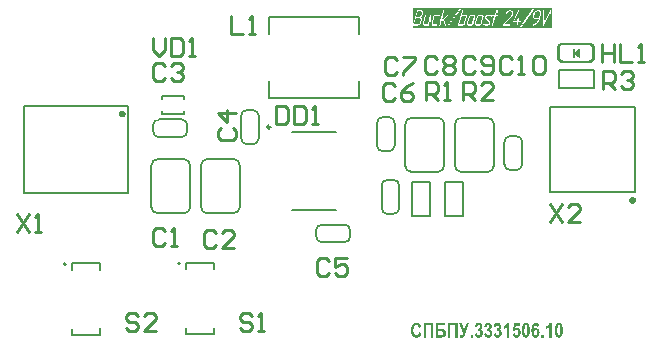
<source format=gto>
G04*
G04 #@! TF.GenerationSoftware,Altium Limited,Altium Designer,19.1.6 (110)*
G04*
G04 Layer_Color=65535*
%FSLAX43Y43*%
%MOMM*%
G71*
G01*
G75*
%ADD10C,0.600*%
%ADD11C,0.250*%
%ADD12C,0.200*%
%ADD13C,0.100*%
%ADD14C,0.050*%
%ADD15C,0.254*%
%ADD16R,0.100X0.700*%
G36*
X96950Y85450D02*
D01*
D02*
G37*
G36*
X98525Y85550D02*
X98175Y85200D01*
X98525Y84850D01*
Y85550D01*
D02*
G37*
G36*
X94771Y88942D02*
X94769Y88952D01*
X94767Y88959D01*
X94764Y88963D01*
X94762Y88965D01*
X94753Y88972D01*
X94742Y88976D01*
X94732Y88978D01*
X94771D01*
Y88942D01*
D02*
G37*
G36*
X88553Y88942D02*
X88551Y88952D01*
X88550Y88959D01*
X88546Y88963D01*
X88544Y88965D01*
X88535Y88972D01*
X88524Y88976D01*
X88514Y88978D01*
X88553D01*
Y88942D01*
D02*
G37*
G36*
X94697Y88966D02*
X94680Y88950D01*
X93540Y87370D01*
X93536Y87363D01*
X93532Y87356D01*
X93531Y87350D01*
Y87348D01*
X93527Y87339D01*
Y87333D01*
X93529Y87326D01*
X93532Y87319D01*
X93534Y87315D01*
X93536Y87313D01*
X93545Y87306D01*
X93556Y87302D01*
X93564Y87300D01*
X93568D01*
X93581Y87304D01*
X93590Y87306D01*
X93595Y87309D01*
X93597D01*
X93605Y87315D01*
X93612Y87320D01*
X93616Y87328D01*
X93618Y87330D01*
X94643Y88748D01*
D01*
X94681Y88800D01*
X94760Y88909D01*
X94767Y88924D01*
X94769Y88929D01*
Y88931D01*
X94771Y88939D01*
Y88802D01*
Y88978D01*
X96300D01*
Y87300D01*
X84500D01*
Y87496D01*
Y87524D01*
X84502Y87515D01*
X84506Y87507D01*
X84513Y87502D01*
X84520Y87498D01*
X84533Y87494D01*
X84500D01*
X84950D01*
X84865D01*
X84885Y87496D01*
X84906Y87498D01*
X84944Y87507D01*
X84980Y87520D01*
X85013Y87537D01*
X85041Y87552D01*
X85052Y87559D01*
X85061Y87565D01*
X85068Y87570D01*
X85074Y87574D01*
X85078Y87578D01*
X85080D01*
X85100Y87594D01*
X85117Y87611D01*
X85146Y87644D01*
X85170Y87678D01*
X85189Y87707D01*
X85200Y87735D01*
X85209Y87756D01*
X85211Y87763D01*
X85213Y87768D01*
X85215Y87772D01*
Y87774D01*
X85261Y87959D01*
X85267Y87987D01*
X85268Y88015D01*
Y88039D01*
X85267Y88061D01*
X85263Y88080D01*
X85259Y88093D01*
X85257Y88102D01*
X85255Y88105D01*
X85244Y88130D01*
X85231Y88152D01*
X85218Y88168D01*
X85205Y88183D01*
X85194Y88194D01*
X85185Y88204D01*
X85178Y88207D01*
X85176Y88209D01*
X85198Y88226D01*
X85218Y88243D01*
X85235Y88259D01*
X85250Y88274D01*
X85261Y88287D01*
X85268Y88296D01*
X85274Y88304D01*
X85276Y88305D01*
X85289Y88326D01*
X85302Y88346D01*
X85311Y88367D01*
X85318Y88385D01*
X85324Y88402D01*
X85328Y88415D01*
X85331Y88422D01*
Y88426D01*
X85355Y88518D01*
X85361Y88548D01*
X85363Y88578D01*
D01*
X85361Y88629D01*
X85357Y88648D01*
X85352Y88665D01*
X85346Y88679D01*
X85339Y88692D01*
X85333Y88704D01*
X85328Y88711D01*
X85324Y88717D01*
X85322Y88718D01*
X85309Y88733D01*
X85296Y88746D01*
X85268Y88767D01*
X85239Y88781D01*
X85209Y88791D01*
X85183Y88798D01*
X85163Y88800D01*
X85155Y88802D01*
X84865D01*
X84848Y88800D01*
X84835Y88794D01*
X84824Y88785D01*
X84817Y88778D01*
X84811Y88768D01*
X84807Y88759D01*
X84806Y88754D01*
Y88752D01*
X84502Y87543D01*
X84500Y87530D01*
Y88802D01*
D01*
Y88978D01*
X87309D01*
D01*
X88511D01*
X88479Y88966D01*
X88463Y88950D01*
X87446Y87543D01*
X87412Y87494D01*
X87322Y87370D01*
X87318Y87363D01*
X87315Y87356D01*
X87313Y87350D01*
Y87348D01*
X87309Y87339D01*
Y87333D01*
X87311Y87326D01*
X87315Y87319D01*
X87316Y87315D01*
X87318Y87313D01*
X87327Y87306D01*
X87339Y87302D01*
X87346Y87300D01*
X87309D01*
D01*
X88553D01*
X87350D01*
X87363Y87304D01*
X87372Y87306D01*
X87377Y87309D01*
X87379D01*
X87387Y87315D01*
X87394Y87320D01*
X87398Y87328D01*
X87400Y87330D01*
X88318Y88599D01*
D01*
X88373Y88675D01*
X88542Y88909D01*
X88550Y88924D01*
X88551Y88929D01*
Y88931D01*
X88553Y88939D01*
Y88802D01*
X88670D01*
X88553D01*
Y88978D01*
X93527D01*
Y88978D01*
X94729D01*
X94697Y88966D01*
D02*
G37*
G36*
X85148Y88702D02*
X85172Y88696D01*
X85191Y88687D01*
X85207Y88678D01*
X85220Y88667D01*
X85230Y88659D01*
X85235Y88652D01*
X85237Y88650D01*
X85250Y88629D01*
X85257Y88607D01*
X85261Y88585D01*
X85263Y88565D01*
Y88548D01*
X85261Y88533D01*
X85259Y88524D01*
Y88520D01*
X85235Y88426D01*
X85226Y88398D01*
X85213Y88374D01*
X85198Y88352D01*
X85183Y88331D01*
X85168Y88317D01*
X85157Y88304D01*
X85150Y88296D01*
X85146Y88294D01*
X85120Y88276D01*
X85096Y88263D01*
X85072Y88254D01*
X85050Y88248D01*
X85031Y88244D01*
X85017Y88241D01*
X84774D01*
X84889Y88704D01*
X85120D01*
X85148Y88702D01*
D02*
G37*
G36*
X85054Y88143D02*
X85076Y88135D01*
X85094Y88128D01*
X85111Y88117D01*
X85124Y88107D01*
X85133Y88098D01*
X85139Y88091D01*
X85141Y88089D01*
X85154Y88067D01*
X85163Y88046D01*
X85168Y88024D01*
X85170Y88004D01*
Y87987D01*
X85168Y87974D01*
X85167Y87965D01*
Y87961D01*
X85120Y87774D01*
X85111Y87746D01*
X85098Y87720D01*
X85083Y87698D01*
X85068Y87680D01*
X85054Y87663D01*
X85043Y87652D01*
X85035Y87644D01*
X85031Y87643D01*
X85006Y87626D01*
X84980Y87613D01*
X84956Y87604D01*
X84933Y87598D01*
X84915Y87594D01*
X84900Y87591D01*
X84611D01*
X84750Y88144D01*
X85028D01*
X85054Y88143D01*
D02*
G37*
G36*
X94926Y62341D02*
X94948Y62339D01*
X94974Y62333D01*
X95005Y62324D01*
X95037Y62309D01*
X95070Y62291D01*
X95100Y62265D01*
X95103Y62261D01*
X95113Y62250D01*
X95126Y62231D01*
X95142Y62207D01*
X95159Y62174D01*
X95176Y62133D01*
X95189Y62087D01*
X95200Y62031D01*
X95009Y62005D01*
Y62007D01*
Y62011D01*
X95007Y62018D01*
X95005Y62028D01*
X95000Y62050D01*
X94989Y62076D01*
X94976Y62100D01*
X94955Y62122D01*
X94942Y62131D01*
X94929Y62139D01*
X94913Y62142D01*
X94896Y62144D01*
X94894D01*
X94885Y62142D01*
X94874Y62141D01*
X94859Y62135D01*
X94842Y62128D01*
X94826Y62115D01*
X94807Y62098D01*
X94790Y62074D01*
X94789Y62070D01*
X94787Y62067D01*
X94783Y62059D01*
X94781Y62052D01*
X94776Y62041D01*
X94772Y62028D01*
X94768Y62013D01*
X94763Y61994D01*
X94759Y61974D01*
X94753Y61950D01*
X94750Y61924D01*
X94746Y61896D01*
X94742Y61865D01*
X94739Y61830D01*
X94737Y61791D01*
X94739Y61792D01*
X94744Y61800D01*
X94752Y61809D01*
X94761Y61820D01*
X94774Y61833D01*
X94787Y61846D01*
X94802Y61859D01*
X94818Y61870D01*
X94820Y61872D01*
X94826Y61874D01*
X94837Y61880D01*
X94848Y61885D01*
X94863Y61889D01*
X94881Y61894D01*
X94900Y61896D01*
X94920Y61898D01*
X94931D01*
X94940Y61896D01*
X94952Y61894D01*
X94963Y61892D01*
X94992Y61883D01*
X95024Y61870D01*
X95042Y61861D01*
X95059Y61850D01*
X95077Y61837D01*
X95094Y61822D01*
X95113Y61805D01*
X95129Y61785D01*
X95131Y61783D01*
X95133Y61780D01*
X95139Y61774D01*
X95144Y61765D01*
X95150Y61754D01*
X95159Y61741D01*
X95166Y61724D01*
X95176Y61705D01*
X95183Y61685D01*
X95192Y61663D01*
X95200Y61639D01*
X95205Y61613D01*
X95213Y61583D01*
X95216Y61554D01*
X95218Y61520D01*
X95220Y61487D01*
Y61485D01*
Y61478D01*
Y61468D01*
X95218Y61456D01*
X95216Y61439D01*
X95214Y61418D01*
X95213Y61398D01*
X95209Y61374D01*
X95196Y61326D01*
X95179Y61274D01*
X95168Y61248D01*
X95155Y61224D01*
X95140Y61200D01*
X95124Y61178D01*
X95122Y61176D01*
X95120Y61172D01*
X95114Y61167D01*
X95107Y61161D01*
X95098Y61152D01*
X95087Y61143D01*
X95059Y61122D01*
X95026Y61102D01*
X94985Y61083D01*
X94963Y61078D01*
X94939Y61072D01*
X94914Y61069D01*
X94889Y61067D01*
X94881D01*
X94874Y61069D01*
X94863D01*
X94850Y61070D01*
X94835Y61074D01*
X94800Y61085D01*
X94779Y61093D01*
X94759Y61102D01*
X94737Y61113D01*
X94716Y61128D01*
X94694Y61144D01*
X94674Y61163D01*
X94653Y61185D01*
X94633Y61211D01*
X94631Y61213D01*
X94629Y61218D01*
X94624Y61228D01*
X94618Y61239D01*
X94611Y61256D01*
X94602Y61276D01*
X94592Y61298D01*
X94583Y61326D01*
X94574Y61357D01*
X94565Y61394D01*
X94557Y61433D01*
X94548Y61478D01*
X94542Y61526D01*
X94537Y61578D01*
X94535Y61635D01*
X94533Y61696D01*
Y61698D01*
Y61700D01*
Y61711D01*
Y61730D01*
X94535Y61752D01*
X94537Y61781D01*
X94539Y61813D01*
X94542Y61848D01*
X94546Y61887D01*
X94559Y61968D01*
X94577Y62050D01*
X94589Y62089D01*
X94603Y62126D01*
X94618Y62161D01*
X94637Y62191D01*
X94639Y62192D01*
X94642Y62198D01*
X94648Y62205D01*
X94655Y62215D01*
X94666Y62226D01*
X94679Y62239D01*
X94694Y62252D01*
X94711Y62267D01*
X94729Y62281D01*
X94750Y62294D01*
X94796Y62318D01*
X94822Y62328D01*
X94848Y62337D01*
X94877Y62341D01*
X94907Y62342D01*
X94918D01*
X94926Y62341D01*
D02*
G37*
G36*
X84836Y62357D02*
X84851Y62355D01*
X84867Y62354D01*
X84886Y62350D01*
X84906Y62344D01*
X84953Y62329D01*
X84977Y62320D01*
X85001Y62309D01*
X85025Y62294D01*
X85049Y62278D01*
X85073Y62259D01*
X85095Y62239D01*
X85097D01*
X85099Y62235D01*
X85103Y62229D01*
X85108Y62224D01*
X85115Y62215D01*
X85123Y62204D01*
X85132Y62191D01*
X85141Y62176D01*
X85151Y62159D01*
X85162Y62142D01*
X85171Y62122D01*
X85182Y62100D01*
X85191Y62074D01*
X85201Y62048D01*
X85210Y62020D01*
X85217Y61991D01*
X85012Y61931D01*
Y61933D01*
X85010Y61935D01*
Y61941D01*
X85008Y61948D01*
X85003Y61967D01*
X84995Y61989D01*
X84984Y62015D01*
X84969Y62041D01*
X84953Y62065D01*
X84932Y62087D01*
X84930Y62089D01*
X84923Y62096D01*
X84910Y62105D01*
X84893Y62115D01*
X84873Y62126D01*
X84851Y62133D01*
X84825Y62141D01*
X84795Y62142D01*
X84784D01*
X84777Y62141D01*
X84756Y62137D01*
X84730Y62130D01*
X84701Y62118D01*
X84669Y62100D01*
X84654Y62089D01*
X84640Y62076D01*
X84625Y62061D01*
X84610Y62042D01*
Y62041D01*
X84606Y62039D01*
X84604Y62031D01*
X84599Y62024D01*
X84593Y62013D01*
X84588Y62000D01*
X84582Y61983D01*
X84575Y61965D01*
X84567Y61944D01*
X84562Y61920D01*
X84556Y61892D01*
X84551Y61863D01*
X84547Y61831D01*
X84543Y61796D01*
X84540Y61757D01*
Y61717D01*
Y61715D01*
Y61705D01*
Y61694D01*
X84541Y61678D01*
Y61659D01*
X84543Y61637D01*
X84545Y61613D01*
X84549Y61587D01*
X84556Y61531D01*
X84569Y61476D01*
X84577Y61450D01*
X84586Y61424D01*
X84597Y61402D01*
X84608Y61381D01*
Y61380D01*
X84612Y61378D01*
X84621Y61367D01*
X84636Y61350D01*
X84658Y61333D01*
X84684Y61315D01*
X84714Y61298D01*
X84751Y61287D01*
X84769Y61285D01*
X84790Y61283D01*
X84793D01*
X84803Y61285D01*
X84819Y61287D01*
X84838Y61291D01*
X84860Y61298D01*
X84884Y61309D01*
X84908Y61326D01*
X84930Y61346D01*
X84932Y61350D01*
X84940Y61359D01*
X84951Y61374D01*
X84964Y61396D01*
X84978Y61424D01*
X84991Y61459D01*
X85006Y61500D01*
X85017Y61550D01*
X85219Y61472D01*
Y61470D01*
X85217Y61463D01*
X85214Y61452D01*
X85210Y61437D01*
X85204Y61420D01*
X85199Y61400D01*
X85191Y61378D01*
X85182Y61354D01*
X85160Y61304D01*
X85132Y61252D01*
X85101Y61204D01*
X85082Y61183D01*
X85062Y61163D01*
X85060Y61161D01*
X85056Y61159D01*
X85051Y61154D01*
X85041Y61148D01*
X85032Y61141D01*
X85019Y61133D01*
X85004Y61124D01*
X84988Y61115D01*
X84969Y61106D01*
X84949Y61096D01*
X84903Y61081D01*
X84851Y61070D01*
X84823Y61069D01*
X84793Y61067D01*
X84784D01*
X84775Y61069D01*
X84760D01*
X84743Y61072D01*
X84723Y61074D01*
X84701Y61080D01*
X84677Y61085D01*
X84651Y61094D01*
X84625Y61104D01*
X84599Y61117D01*
X84571Y61131D01*
X84543Y61150D01*
X84517Y61170D01*
X84491Y61193D01*
X84467Y61220D01*
X84466Y61222D01*
X84462Y61228D01*
X84454Y61239D01*
X84445Y61254D01*
X84434Y61270D01*
X84423Y61293D01*
X84410Y61318D01*
X84397Y61348D01*
X84382Y61380D01*
X84369Y61417D01*
X84358Y61456D01*
X84347Y61498D01*
X84338Y61544D01*
X84330Y61594D01*
X84327Y61646D01*
X84325Y61702D01*
Y61704D01*
Y61705D01*
Y61717D01*
X84327Y61733D01*
Y61754D01*
X84329Y61781D01*
X84332Y61813D01*
X84338Y61846D01*
X84343Y61883D01*
X84351Y61924D01*
X84360Y61965D01*
X84371Y62005D01*
X84386Y62048D01*
X84403Y62089D01*
X84421Y62128D01*
X84443Y62167D01*
X84469Y62202D01*
X84471Y62204D01*
X84475Y62209D01*
X84482Y62217D01*
X84491Y62226D01*
X84504Y62239D01*
X84519Y62252D01*
X84538Y62267D01*
X84558Y62281D01*
X84580Y62294D01*
X84606Y62309D01*
X84634Y62322D01*
X84664Y62335D01*
X84697Y62344D01*
X84730Y62352D01*
X84767Y62357D01*
X84806Y62359D01*
X84823D01*
X84836Y62357D01*
D02*
G37*
G36*
X88939Y61387D02*
Y61385D01*
X88935Y61380D01*
X88934Y61370D01*
X88928Y61359D01*
X88923Y61344D01*
X88915Y61328D01*
X88900Y61291D01*
X88880Y61250D01*
X88860Y61211D01*
X88837Y61174D01*
X88826Y61157D01*
X88815Y61143D01*
X88813Y61139D01*
X88804Y61131D01*
X88791Y61120D01*
X88774Y61107D01*
X88754Y61094D01*
X88730Y61083D01*
X88702Y61076D01*
X88671Y61072D01*
X88643D01*
X88623Y61074D01*
X88600Y61076D01*
X88576Y61078D01*
X88528Y61087D01*
Y61274D01*
X88556D01*
X88582Y61272D01*
X88617D01*
X88630Y61274D01*
X88647Y61276D01*
X88663Y61280D01*
X88680Y61285D01*
X88697Y61293D01*
X88710Y61302D01*
X88711Y61304D01*
X88715Y61309D01*
X88721Y61317D01*
X88730Y61331D01*
X88739Y61350D01*
X88748Y61372D01*
X88760Y61402D01*
X88771Y61439D01*
X88393Y62339D01*
X88624D01*
X88863Y61689D01*
X89071Y62339D01*
X89285D01*
X88939Y61387D01*
D02*
G37*
G36*
X91689Y62341D02*
X91700Y62339D01*
X91713Y62337D01*
X91746Y62329D01*
X91781Y62318D01*
X91818Y62300D01*
X91837Y62289D01*
X91856Y62276D01*
X91872Y62261D01*
X91889Y62242D01*
X91891Y62241D01*
X91893Y62239D01*
X91896Y62233D01*
X91902Y62226D01*
X91907Y62217D01*
X91915Y62205D01*
X91931Y62178D01*
X91946Y62144D01*
X91959Y62107D01*
X91968Y62067D01*
X91972Y62044D01*
Y62022D01*
Y62018D01*
Y62009D01*
X91970Y61992D01*
X91967Y61974D01*
X91963Y61950D01*
X91956Y61926D01*
X91946Y61900D01*
X91933Y61874D01*
X91931Y61870D01*
X91926Y61863D01*
X91918Y61852D01*
X91906Y61835D01*
X91891Y61818D01*
X91870Y61798D01*
X91848Y61778D01*
X91822Y61759D01*
X91824D01*
X91826Y61757D01*
X91837Y61754D01*
X91852Y61748D01*
X91872Y61739D01*
X91894Y61724D01*
X91917Y61707D01*
X91939Y61685D01*
X91961Y61657D01*
X91963Y61654D01*
X91970Y61643D01*
X91980Y61626D01*
X91989Y61604D01*
X92000Y61576D01*
X92007Y61543D01*
X92015Y61504D01*
X92017Y61461D01*
Y61459D01*
Y61454D01*
Y61444D01*
X92015Y61433D01*
X92013Y61418D01*
X92011Y61402D01*
X92007Y61383D01*
X92004Y61361D01*
X91991Y61317D01*
X91972Y61270D01*
X91961Y61246D01*
X91948Y61222D01*
X91931Y61200D01*
X91913Y61178D01*
X91911Y61176D01*
X91909Y61172D01*
X91902Y61167D01*
X91894Y61161D01*
X91885Y61152D01*
X91874Y61143D01*
X91844Y61122D01*
X91809Y61102D01*
X91769Y61083D01*
X91744Y61078D01*
X91720Y61072D01*
X91696Y61069D01*
X91670Y61067D01*
X91657D01*
X91648Y61069D01*
X91637Y61070D01*
X91622Y61072D01*
X91591Y61078D01*
X91556Y61089D01*
X91517Y61107D01*
X91496Y61117D01*
X91478Y61130D01*
X91459Y61144D01*
X91441Y61161D01*
X91439Y61163D01*
X91437Y61165D01*
X91432Y61170D01*
X91426Y61178D01*
X91419Y61189D01*
X91411Y61200D01*
X91402Y61213D01*
X91393Y61230D01*
X91383Y61246D01*
X91374Y61267D01*
X91365Y61287D01*
X91356Y61311D01*
X91343Y61361D01*
X91333Y61420D01*
X91524Y61448D01*
Y61446D01*
Y61444D01*
X91526Y61433D01*
X91528Y61418D01*
X91533Y61398D01*
X91539Y61376D01*
X91548Y61354D01*
X91559Y61331D01*
X91572Y61313D01*
X91574Y61311D01*
X91580Y61306D01*
X91589Y61298D01*
X91600Y61291D01*
X91613Y61281D01*
X91630Y61274D01*
X91648Y61268D01*
X91669Y61267D01*
X91680D01*
X91691Y61270D01*
X91704Y61274D01*
X91720Y61280D01*
X91739Y61289D01*
X91756Y61302D01*
X91772Y61320D01*
X91774Y61322D01*
X91780Y61331D01*
X91785Y61343D01*
X91794Y61361D01*
X91802Y61381D01*
X91807Y61409D01*
X91813Y61439D01*
X91815Y61474D01*
Y61476D01*
Y61478D01*
Y61489D01*
X91813Y61506D01*
X91809Y61526D01*
X91806Y61548D01*
X91798Y61572D01*
X91787Y61596D01*
X91774Y61617D01*
X91772Y61618D01*
X91767Y61626D01*
X91757Y61633D01*
X91746Y61644D01*
X91731Y61654D01*
X91715Y61663D01*
X91696Y61668D01*
X91676Y61670D01*
X91661D01*
X91652Y61668D01*
X91639Y61667D01*
X91622Y61663D01*
X91606Y61657D01*
X91587Y61652D01*
X91607Y61848D01*
X91620D01*
X91635Y61850D01*
X91652Y61852D01*
X91672Y61857D01*
X91693Y61863D01*
X91711Y61874D01*
X91730Y61887D01*
X91731Y61889D01*
X91737Y61894D01*
X91744Y61905D01*
X91752Y61918D01*
X91759Y61935D01*
X91767Y61955D01*
X91772Y61980D01*
X91774Y62007D01*
Y62011D01*
Y62018D01*
X91772Y62030D01*
X91770Y62044D01*
X91767Y62059D01*
X91759Y62076D01*
X91752Y62092D01*
X91741Y62107D01*
X91739Y62109D01*
X91735Y62113D01*
X91728Y62118D01*
X91719Y62126D01*
X91707Y62133D01*
X91693Y62139D01*
X91676Y62142D01*
X91657Y62144D01*
X91650D01*
X91639Y62142D01*
X91628Y62139D01*
X91615Y62133D01*
X91600Y62126D01*
X91585Y62117D01*
X91570Y62102D01*
X91569Y62100D01*
X91565Y62094D01*
X91559Y62083D01*
X91552Y62070D01*
X91544Y62054D01*
X91537Y62031D01*
X91531Y62007D01*
X91528Y61978D01*
X91346Y62015D01*
Y62017D01*
X91348Y62022D01*
X91350Y62031D01*
X91352Y62042D01*
X91356Y62057D01*
X91359Y62072D01*
X91370Y62109D01*
X91385Y62150D01*
X91404Y62191D01*
X91428Y62229D01*
X91441Y62248D01*
X91456Y62263D01*
X91457Y62265D01*
X91459Y62267D01*
X91470Y62276D01*
X91489Y62289D01*
X91513Y62304D01*
X91543Y62317D01*
X91580Y62329D01*
X91620Y62339D01*
X91643Y62342D01*
X91678D01*
X91689Y62341D01*
D02*
G37*
G36*
X90891Y62341D02*
X90902Y62339D01*
X90915Y62337D01*
X90948Y62329D01*
X90983Y62318D01*
X91020Y62300D01*
X91039Y62289D01*
X91057Y62276D01*
X91074Y62261D01*
X91091Y62242D01*
X91093Y62241D01*
X91094Y62239D01*
X91098Y62233D01*
X91104Y62226D01*
X91109Y62217D01*
X91117Y62205D01*
X91133Y62178D01*
X91148Y62144D01*
X91161Y62107D01*
X91170Y62067D01*
X91174Y62044D01*
Y62022D01*
Y62018D01*
Y62009D01*
X91172Y61992D01*
X91169Y61974D01*
X91165Y61950D01*
X91157Y61926D01*
X91148Y61900D01*
X91135Y61874D01*
X91133Y61870D01*
X91128Y61863D01*
X91120Y61852D01*
X91107Y61835D01*
X91093Y61818D01*
X91072Y61798D01*
X91050Y61778D01*
X91024Y61759D01*
X91026D01*
X91028Y61757D01*
X91039Y61754D01*
X91054Y61748D01*
X91074Y61739D01*
X91096Y61724D01*
X91119Y61707D01*
X91141Y61685D01*
X91163Y61657D01*
X91165Y61654D01*
X91172Y61643D01*
X91182Y61626D01*
X91191Y61604D01*
X91202Y61576D01*
X91209Y61543D01*
X91217Y61504D01*
X91219Y61461D01*
Y61459D01*
Y61454D01*
Y61444D01*
X91217Y61433D01*
X91215Y61418D01*
X91213Y61402D01*
X91209Y61383D01*
X91206Y61361D01*
X91193Y61317D01*
X91174Y61270D01*
X91163Y61246D01*
X91150Y61222D01*
X91133Y61200D01*
X91115Y61178D01*
X91113Y61176D01*
X91111Y61172D01*
X91104Y61167D01*
X91096Y61161D01*
X91087Y61152D01*
X91076Y61143D01*
X91046Y61122D01*
X91011Y61102D01*
X90970Y61083D01*
X90946Y61078D01*
X90922Y61072D01*
X90898Y61069D01*
X90872Y61067D01*
X90859D01*
X90850Y61069D01*
X90839Y61070D01*
X90824Y61072D01*
X90793Y61078D01*
X90757Y61089D01*
X90719Y61107D01*
X90698Y61117D01*
X90680Y61130D01*
X90661Y61144D01*
X90643Y61161D01*
X90641Y61163D01*
X90639Y61165D01*
X90633Y61170D01*
X90628Y61178D01*
X90620Y61189D01*
X90613Y61200D01*
X90604Y61213D01*
X90595Y61230D01*
X90585Y61246D01*
X90576Y61267D01*
X90567Y61287D01*
X90558Y61311D01*
X90545Y61361D01*
X90535Y61420D01*
X90726Y61448D01*
Y61446D01*
Y61444D01*
X90728Y61433D01*
X90730Y61418D01*
X90735Y61398D01*
X90741Y61376D01*
X90750Y61354D01*
X90761Y61331D01*
X90774Y61313D01*
X90776Y61311D01*
X90782Y61306D01*
X90791Y61298D01*
X90802Y61291D01*
X90815Y61281D01*
X90832Y61274D01*
X90850Y61268D01*
X90870Y61267D01*
X90882D01*
X90893Y61270D01*
X90906Y61274D01*
X90922Y61280D01*
X90941Y61289D01*
X90957Y61302D01*
X90974Y61320D01*
X90976Y61322D01*
X90982Y61331D01*
X90987Y61343D01*
X90996Y61361D01*
X91004Y61381D01*
X91009Y61409D01*
X91015Y61439D01*
X91017Y61474D01*
Y61476D01*
Y61478D01*
Y61489D01*
X91015Y61505D01*
X91011Y61526D01*
X91007Y61548D01*
X91000Y61572D01*
X90989Y61596D01*
X90976Y61617D01*
X90974Y61618D01*
X90969Y61626D01*
X90959Y61633D01*
X90948Y61644D01*
X90933Y61654D01*
X90917Y61663D01*
X90898Y61668D01*
X90878Y61670D01*
X90863D01*
X90854Y61668D01*
X90841Y61667D01*
X90824Y61663D01*
X90807Y61657D01*
X90789Y61652D01*
X90809Y61848D01*
X90822D01*
X90837Y61850D01*
X90854Y61852D01*
X90874Y61857D01*
X90895Y61863D01*
X90913Y61874D01*
X90932Y61887D01*
X90933Y61889D01*
X90939Y61894D01*
X90946Y61905D01*
X90954Y61918D01*
X90961Y61935D01*
X90969Y61955D01*
X90974Y61980D01*
X90976Y62007D01*
Y62011D01*
Y62018D01*
X90974Y62030D01*
X90972Y62044D01*
X90969Y62059D01*
X90961Y62076D01*
X90954Y62092D01*
X90943Y62107D01*
X90941Y62109D01*
X90937Y62113D01*
X90930Y62118D01*
X90920Y62126D01*
X90909Y62133D01*
X90895Y62139D01*
X90878Y62142D01*
X90859Y62144D01*
X90852D01*
X90841Y62142D01*
X90830Y62139D01*
X90817Y62133D01*
X90802Y62126D01*
X90787Y62117D01*
X90772Y62102D01*
X90770Y62100D01*
X90767Y62094D01*
X90761Y62083D01*
X90754Y62070D01*
X90746Y62054D01*
X90739Y62031D01*
X90733Y62007D01*
X90730Y61978D01*
X90548Y62015D01*
Y62017D01*
X90550Y62022D01*
X90552Y62031D01*
X90554Y62042D01*
X90558Y62057D01*
X90561Y62072D01*
X90572Y62109D01*
X90587Y62150D01*
X90606Y62191D01*
X90630Y62229D01*
X90643Y62248D01*
X90658Y62263D01*
X90659Y62265D01*
X90661Y62267D01*
X90672Y62276D01*
X90691Y62289D01*
X90715Y62304D01*
X90745Y62317D01*
X90782Y62329D01*
X90822Y62339D01*
X90845Y62342D01*
X90880D01*
X90891Y62341D01*
D02*
G37*
G36*
X90093D02*
X90104Y62339D01*
X90117Y62337D01*
X90150Y62329D01*
X90185Y62318D01*
X90222Y62300D01*
X90241Y62289D01*
X90259Y62276D01*
X90276Y62261D01*
X90293Y62242D01*
X90295Y62241D01*
X90296Y62239D01*
X90300Y62233D01*
X90306Y62226D01*
X90311Y62217D01*
X90319Y62205D01*
X90335Y62178D01*
X90350Y62144D01*
X90363Y62107D01*
X90372Y62067D01*
X90376Y62044D01*
Y62022D01*
Y62018D01*
Y62009D01*
X90374Y61992D01*
X90370Y61974D01*
X90367Y61950D01*
X90359Y61926D01*
X90350Y61900D01*
X90337Y61874D01*
X90335Y61870D01*
X90330Y61863D01*
X90322Y61852D01*
X90309Y61835D01*
X90295Y61818D01*
X90274Y61798D01*
X90252Y61778D01*
X90226Y61759D01*
X90228D01*
X90230Y61757D01*
X90241Y61754D01*
X90256Y61748D01*
X90276Y61739D01*
X90298Y61724D01*
X90321Y61707D01*
X90343Y61685D01*
X90365Y61657D01*
X90367Y61654D01*
X90374Y61643D01*
X90383Y61626D01*
X90393Y61604D01*
X90404Y61576D01*
X90411Y61543D01*
X90419Y61504D01*
X90420Y61461D01*
Y61459D01*
Y61454D01*
Y61444D01*
X90419Y61433D01*
X90417Y61418D01*
X90415Y61402D01*
X90411Y61383D01*
X90408Y61361D01*
X90395Y61317D01*
X90376Y61270D01*
X90365Y61246D01*
X90352Y61222D01*
X90335Y61200D01*
X90317Y61178D01*
X90315Y61176D01*
X90313Y61172D01*
X90306Y61167D01*
X90298Y61161D01*
X90289Y61152D01*
X90278Y61143D01*
X90248Y61122D01*
X90213Y61102D01*
X90172Y61083D01*
X90148Y61078D01*
X90124Y61072D01*
X90100Y61069D01*
X90074Y61067D01*
X90061D01*
X90052Y61069D01*
X90041Y61070D01*
X90026Y61072D01*
X89995Y61078D01*
X89959Y61089D01*
X89921Y61107D01*
X89900Y61117D01*
X89882Y61130D01*
X89863Y61144D01*
X89845Y61161D01*
X89843Y61163D01*
X89841Y61165D01*
X89835Y61170D01*
X89830Y61178D01*
X89822Y61189D01*
X89815Y61200D01*
X89806Y61213D01*
X89796Y61230D01*
X89787Y61246D01*
X89778Y61267D01*
X89769Y61287D01*
X89759Y61311D01*
X89746Y61361D01*
X89737Y61420D01*
X89928Y61448D01*
Y61446D01*
Y61444D01*
X89930Y61433D01*
X89932Y61418D01*
X89937Y61398D01*
X89943Y61376D01*
X89952Y61354D01*
X89963Y61331D01*
X89976Y61313D01*
X89978Y61311D01*
X89983Y61306D01*
X89993Y61298D01*
X90004Y61291D01*
X90017Y61281D01*
X90034Y61274D01*
X90052Y61268D01*
X90072Y61267D01*
X90083D01*
X90095Y61270D01*
X90108Y61274D01*
X90124Y61280D01*
X90143Y61289D01*
X90159Y61302D01*
X90176Y61320D01*
X90178Y61322D01*
X90183Y61331D01*
X90189Y61343D01*
X90198Y61361D01*
X90206Y61381D01*
X90211Y61409D01*
X90217Y61439D01*
X90219Y61474D01*
Y61476D01*
Y61478D01*
Y61489D01*
X90217Y61505D01*
X90213Y61526D01*
X90209Y61548D01*
X90202Y61572D01*
X90191Y61596D01*
X90178Y61617D01*
X90176Y61618D01*
X90171Y61626D01*
X90161Y61633D01*
X90150Y61644D01*
X90135Y61654D01*
X90119Y61663D01*
X90100Y61668D01*
X90080Y61670D01*
X90065D01*
X90056Y61668D01*
X90043Y61667D01*
X90026Y61663D01*
X90009Y61657D01*
X89991Y61652D01*
X90011Y61848D01*
X90024D01*
X90039Y61850D01*
X90056Y61852D01*
X90076Y61857D01*
X90096Y61863D01*
X90115Y61874D01*
X90133Y61887D01*
X90135Y61889D01*
X90141Y61894D01*
X90148Y61905D01*
X90156Y61918D01*
X90163Y61935D01*
X90171Y61955D01*
X90176Y61980D01*
X90178Y62007D01*
Y62011D01*
Y62018D01*
X90176Y62030D01*
X90174Y62044D01*
X90171Y62059D01*
X90163Y62076D01*
X90156Y62092D01*
X90145Y62107D01*
X90143Y62109D01*
X90139Y62113D01*
X90132Y62118D01*
X90122Y62126D01*
X90111Y62133D01*
X90096Y62139D01*
X90080Y62142D01*
X90061Y62144D01*
X90054D01*
X90043Y62142D01*
X90032Y62139D01*
X90019Y62133D01*
X90004Y62126D01*
X89989Y62117D01*
X89974Y62102D01*
X89972Y62100D01*
X89969Y62094D01*
X89963Y62083D01*
X89956Y62070D01*
X89948Y62054D01*
X89941Y62031D01*
X89935Y62007D01*
X89932Y61978D01*
X89750Y62015D01*
Y62017D01*
X89752Y62022D01*
X89754Y62031D01*
X89756Y62042D01*
X89759Y62057D01*
X89763Y62072D01*
X89774Y62109D01*
X89789Y62150D01*
X89808Y62191D01*
X89832Y62229D01*
X89845Y62248D01*
X89859Y62263D01*
X89861Y62265D01*
X89863Y62267D01*
X89874Y62276D01*
X89893Y62289D01*
X89917Y62304D01*
X89946Y62317D01*
X89983Y62329D01*
X90024Y62339D01*
X90046Y62342D01*
X90082D01*
X90093Y62341D01*
D02*
G37*
G36*
X93583Y62098D02*
X93213D01*
X93179Y61883D01*
X93183Y61885D01*
X93191Y61891D01*
X93204Y61896D01*
X93222Y61905D01*
X93242Y61913D01*
X93265Y61918D01*
X93289Y61924D01*
X93315Y61926D01*
X93326D01*
X93335Y61924D01*
X93346Y61922D01*
X93357Y61920D01*
X93387Y61915D01*
X93418Y61902D01*
X93454Y61885D01*
X93472Y61874D01*
X93489Y61861D01*
X93505Y61846D01*
X93522Y61830D01*
X93524Y61828D01*
X93528Y61824D01*
X93531Y61817D01*
X93539Y61807D01*
X93546Y61794D01*
X93555Y61780D01*
X93566Y61763D01*
X93576Y61744D01*
X93585Y61722D01*
X93596Y61698D01*
X93605Y61670D01*
X93613Y61643D01*
X93620Y61611D01*
X93626Y61580D01*
X93628Y61544D01*
X93629Y61507D01*
Y61506D01*
Y61500D01*
Y61491D01*
X93628Y61480D01*
Y61465D01*
X93624Y61448D01*
X93622Y61430D01*
X93618Y61407D01*
X93607Y61361D01*
X93591Y61309D01*
X93579Y61283D01*
X93568Y61257D01*
X93553Y61230D01*
X93537Y61204D01*
X93535Y61202D01*
X93533Y61198D01*
X93528Y61191D01*
X93520Y61181D01*
X93511Y61172D01*
X93500Y61161D01*
X93485Y61148D01*
X93470Y61135D01*
X93454Y61122D01*
X93433Y61109D01*
X93413Y61098D01*
X93389Y61089D01*
X93365Y61080D01*
X93337Y61072D01*
X93309Y61069D01*
X93278Y61067D01*
X93265D01*
X93255Y61069D01*
X93244D01*
X93229Y61072D01*
X93198Y61078D01*
X93163Y61089D01*
X93124Y61104D01*
X93087Y61126D01*
X93068Y61141D01*
X93050Y61156D01*
X93048Y61157D01*
X93046Y61159D01*
X93041Y61165D01*
X93035Y61172D01*
X93028Y61181D01*
X93020Y61193D01*
X93011Y61206D01*
X93002Y61220D01*
X92992Y61237D01*
X92983Y61257D01*
X92974Y61278D01*
X92965Y61300D01*
X92957Y61324D01*
X92950Y61352D01*
X92941Y61409D01*
X93137Y61435D01*
Y61431D01*
X93139Y61422D01*
X93142Y61406D01*
X93146Y61387D01*
X93152Y61367D01*
X93161Y61346D01*
X93172Y61324D01*
X93187Y61306D01*
X93189Y61304D01*
X93194Y61298D01*
X93204Y61291D01*
X93215Y61283D01*
X93228Y61274D01*
X93244Y61267D01*
X93261Y61261D01*
X93279Y61259D01*
X93281D01*
X93291Y61261D01*
X93302Y61263D01*
X93315Y61267D01*
X93331Y61274D01*
X93350Y61285D01*
X93366Y61298D01*
X93383Y61318D01*
X93385Y61322D01*
X93391Y61330D01*
X93398Y61344D01*
X93405Y61363D01*
X93413Y61389D01*
X93420Y61420D01*
X93426Y61459D01*
X93428Y61502D01*
Y61504D01*
Y61507D01*
Y61513D01*
Y61522D01*
X93426Y61543D01*
X93422Y61568D01*
X93416Y61596D01*
X93409Y61626D01*
X93398Y61652D01*
X93383Y61676D01*
X93381Y61678D01*
X93376Y61685D01*
X93366Y61694D01*
X93354Y61705D01*
X93339Y61715D01*
X93318Y61724D01*
X93298Y61731D01*
X93274Y61733D01*
X93270D01*
X93259Y61731D01*
X93244Y61728D01*
X93224Y61722D01*
X93200Y61711D01*
X93174Y61694D01*
X93161Y61685D01*
X93148Y61672D01*
X93135Y61659D01*
X93122Y61643D01*
X92963Y61670D01*
X93063Y62322D01*
X93583D01*
Y62098D01*
D02*
G37*
G36*
X96235Y61087D02*
X96037D01*
Y61992D01*
X96035Y61991D01*
X96031Y61987D01*
X96025Y61981D01*
X96016Y61972D01*
X96007Y61963D01*
X95994Y61950D01*
X95979Y61937D01*
X95963Y61924D01*
X95925Y61894D01*
X95883Y61863D01*
X95833Y61835D01*
X95781Y61811D01*
Y62030D01*
X95783D01*
X95785Y62031D01*
X95796Y62035D01*
X95811Y62044D01*
X95833Y62055D01*
X95859Y62072D01*
X95887Y62092D01*
X95918Y62117D01*
X95951Y62146D01*
X95953Y62148D01*
X95955Y62150D01*
X95966Y62161D01*
X95981Y62180D01*
X96000Y62204D01*
X96020Y62231D01*
X96040Y62265D01*
X96059Y62302D01*
X96074Y62342D01*
X96235D01*
Y61087D01*
D02*
G37*
G36*
X95568D02*
X95372D01*
Y61328D01*
X95568D01*
Y61087D01*
D02*
G37*
G36*
X92644D02*
X92446D01*
Y61992D01*
X92444Y61991D01*
X92441Y61987D01*
X92435Y61981D01*
X92426Y61972D01*
X92417Y61963D01*
X92404Y61950D01*
X92389Y61937D01*
X92372Y61924D01*
X92335Y61894D01*
X92293Y61863D01*
X92243Y61835D01*
X92191Y61811D01*
Y62030D01*
X92193D01*
X92194Y62031D01*
X92205Y62035D01*
X92220Y62044D01*
X92243Y62055D01*
X92268Y62072D01*
X92296Y62092D01*
X92328Y62117D01*
X92361Y62146D01*
X92363Y62148D01*
X92365Y62150D01*
X92376Y62161D01*
X92391Y62180D01*
X92409Y62204D01*
X92430Y62231D01*
X92450Y62265D01*
X92468Y62302D01*
X92483Y62342D01*
X92644D01*
Y61087D01*
D02*
G37*
G36*
X89584Y61087D02*
X89387D01*
Y61328D01*
X89584D01*
Y61087D01*
D02*
G37*
G36*
X88286D02*
X88078D01*
Y62128D01*
X87673D01*
Y61087D01*
X87465D01*
Y62339D01*
X88286D01*
Y61087D01*
D02*
G37*
G36*
X87206Y62128D02*
X86645D01*
Y61841D01*
X86954D01*
X86965Y61839D01*
X86978Y61837D01*
X86995Y61835D01*
X87032Y61828D01*
X87075Y61815D01*
X87117Y61796D01*
X87139Y61785D01*
X87160Y61772D01*
X87180Y61755D01*
X87199Y61737D01*
X87200Y61735D01*
X87202Y61731D01*
X87208Y61726D01*
X87213Y61718D01*
X87221Y61707D01*
X87228Y61694D01*
X87237Y61680D01*
X87247Y61663D01*
X87256Y61644D01*
X87265Y61624D01*
X87273Y61602D01*
X87280Y61578D01*
X87291Y61522D01*
X87293Y61493D01*
X87295Y61461D01*
Y61459D01*
Y61454D01*
Y61446D01*
X87293Y61437D01*
Y61424D01*
X87291Y61409D01*
X87287Y61391D01*
X87286Y61372D01*
X87275Y61331D01*
X87260Y61289D01*
X87241Y61244D01*
X87228Y61222D01*
X87213Y61200D01*
Y61198D01*
X87210Y61194D01*
X87204Y61189D01*
X87199Y61183D01*
X87189Y61174D01*
X87178Y61165D01*
X87163Y61154D01*
X87149Y61144D01*
X87130Y61133D01*
X87110Y61122D01*
X87088Y61113D01*
X87063Y61106D01*
X87036Y61098D01*
X87006Y61093D01*
X86973Y61089D01*
X86938Y61087D01*
X86438D01*
Y62339D01*
X87206D01*
Y62128D01*
D02*
G37*
G36*
X86219Y61087D02*
X86012D01*
Y62128D01*
X85606D01*
Y61087D01*
X85399D01*
Y62339D01*
X86219D01*
Y61087D01*
D02*
G37*
G36*
X96883Y62341D02*
X96896Y62339D01*
X96911Y62335D01*
X96946Y62324D01*
X96964Y62317D01*
X96985Y62307D01*
X97003Y62296D01*
X97024Y62283D01*
X97044Y62267D01*
X97064Y62246D01*
X97083Y62226D01*
X97101Y62200D01*
X97103Y62198D01*
X97105Y62192D01*
X97111Y62185D01*
X97116Y62172D01*
X97123Y62155D01*
X97131Y62137D01*
X97138Y62113D01*
X97148Y62085D01*
X97157Y62052D01*
X97164Y62017D01*
X97172Y61976D01*
X97179Y61930D01*
X97185Y61881D01*
X97190Y61826D01*
X97192Y61768D01*
X97194Y61704D01*
Y61702D01*
Y61700D01*
Y61694D01*
Y61689D01*
Y61670D01*
X97192Y61646D01*
Y61617D01*
X97188Y61585D01*
X97186Y61548D01*
X97183Y61509D01*
X97172Y61428D01*
X97155Y61344D01*
X97144Y61306D01*
X97133Y61270D01*
X97118Y61237D01*
X97101Y61207D01*
X97099Y61206D01*
X97098Y61202D01*
X97092Y61194D01*
X97085Y61185D01*
X97075Y61174D01*
X97064Y61163D01*
X97036Y61137D01*
X97001Y61111D01*
X96961Y61089D01*
X96938Y61080D01*
X96914Y61072D01*
X96888Y61069D01*
X96861Y61067D01*
X96853D01*
X96846Y61069D01*
X96837D01*
X96824Y61070D01*
X96809Y61074D01*
X96774Y61083D01*
X96755Y61091D01*
X96735Y61100D01*
X96716Y61111D01*
X96696Y61126D01*
X96675Y61141D01*
X96655Y61159D01*
X96637Y61181D01*
X96618Y61206D01*
X96616Y61207D01*
X96614Y61213D01*
X96611Y61220D01*
X96603Y61233D01*
X96598Y61250D01*
X96590Y61268D01*
X96581Y61293D01*
X96574Y61320D01*
X96564Y61354D01*
X96557Y61389D01*
X96548Y61430D01*
X96542Y61476D01*
X96537Y61526D01*
X96531Y61581D01*
X96529Y61641D01*
X96527Y61705D01*
Y61707D01*
Y61709D01*
Y61715D01*
Y61720D01*
Y61739D01*
X96529Y61763D01*
X96531Y61791D01*
X96533Y61824D01*
X96535Y61861D01*
X96538Y61900D01*
X96549Y61981D01*
X96566Y62063D01*
X96575Y62102D01*
X96588Y62137D01*
X96601Y62170D01*
X96618Y62200D01*
X96620Y62202D01*
X96622Y62205D01*
X96627Y62213D01*
X96635Y62222D01*
X96644Y62233D01*
X96655Y62244D01*
X96683Y62272D01*
X96718Y62298D01*
X96759Y62320D01*
X96781Y62329D01*
X96805Y62337D01*
X96831Y62341D01*
X96859Y62342D01*
X96874D01*
X96883Y62341D01*
D02*
G37*
G36*
X94090D02*
X94103Y62339D01*
X94118Y62335D01*
X94153Y62324D01*
X94172Y62317D01*
X94192Y62307D01*
X94211Y62296D01*
X94231Y62283D01*
X94252Y62267D01*
X94272Y62246D01*
X94290Y62226D01*
X94309Y62200D01*
X94311Y62198D01*
X94313Y62192D01*
X94318Y62185D01*
X94324Y62172D01*
X94331Y62155D01*
X94339Y62137D01*
X94346Y62113D01*
X94355Y62085D01*
X94365Y62052D01*
X94372Y62017D01*
X94379Y61976D01*
X94387Y61930D01*
X94392Y61881D01*
X94398Y61826D01*
X94400Y61768D01*
X94402Y61704D01*
Y61702D01*
Y61700D01*
Y61694D01*
Y61689D01*
Y61670D01*
X94400Y61646D01*
Y61617D01*
X94396Y61585D01*
X94394Y61548D01*
X94390Y61509D01*
X94379Y61428D01*
X94363Y61344D01*
X94352Y61306D01*
X94340Y61270D01*
X94326Y61237D01*
X94309Y61207D01*
X94307Y61206D01*
X94305Y61202D01*
X94300Y61194D01*
X94292Y61185D01*
X94283Y61174D01*
X94272Y61163D01*
X94244Y61137D01*
X94209Y61111D01*
X94168Y61089D01*
X94146Y61080D01*
X94122Y61072D01*
X94096Y61069D01*
X94068Y61067D01*
X94061D01*
X94053Y61069D01*
X94044D01*
X94031Y61070D01*
X94016Y61074D01*
X93981Y61083D01*
X93963Y61091D01*
X93942Y61100D01*
X93924Y61111D01*
X93903Y61126D01*
X93883Y61141D01*
X93863Y61159D01*
X93844Y61181D01*
X93826Y61206D01*
X93824Y61207D01*
X93822Y61213D01*
X93818Y61220D01*
X93811Y61233D01*
X93805Y61250D01*
X93798Y61268D01*
X93789Y61293D01*
X93781Y61320D01*
X93772Y61354D01*
X93765Y61389D01*
X93755Y61430D01*
X93750Y61476D01*
X93744Y61526D01*
X93739Y61581D01*
X93737Y61641D01*
X93735Y61705D01*
Y61707D01*
Y61709D01*
Y61715D01*
Y61720D01*
Y61739D01*
X93737Y61763D01*
X93739Y61791D01*
X93741Y61824D01*
X93742Y61861D01*
X93746Y61900D01*
X93757Y61981D01*
X93774Y62063D01*
X93783Y62102D01*
X93796Y62137D01*
X93809Y62170D01*
X93826Y62200D01*
X93828Y62202D01*
X93829Y62205D01*
X93835Y62213D01*
X93842Y62222D01*
X93852Y62233D01*
X93863Y62244D01*
X93891Y62272D01*
X93926Y62298D01*
X93966Y62320D01*
X93989Y62329D01*
X94013Y62337D01*
X94039Y62341D01*
X94066Y62342D01*
X94081D01*
X94090Y62341D01*
D02*
G37*
%LPC*%
G36*
X96193Y88800D02*
X96190D01*
D01*
D01*
D01*
X95670D01*
X96190D01*
X96177Y88796D01*
X96165Y88792D01*
X96158Y88791D01*
X96156Y88789D01*
X96147Y88779D01*
X96141Y88770D01*
X96138Y88765D01*
X96136Y88763D01*
X95599Y87735D01*
X95577Y88763D01*
X95571Y88778D01*
X95566Y88787D01*
X95562Y88791D01*
X95560Y88792D01*
X95554Y88796D01*
X95547Y88800D01*
X95670D01*
X95477D01*
X95540D01*
X95525Y88798D01*
X95512Y88792D01*
X95504Y88787D01*
X95501Y88785D01*
X95490Y88774D01*
X95482Y88763D01*
X95480Y88755D01*
X95478Y88752D01*
X95477Y88739D01*
D01*
X95503Y87537D01*
X95504Y87522D01*
X95508Y87513D01*
X95514Y87506D01*
X95521Y87500D01*
X95528Y87496D01*
X95534Y87494D01*
X95540D01*
X95553Y87496D01*
X95562Y87502D01*
X95573Y87507D01*
X95580Y87517D01*
X95588Y87524D01*
X95593Y87530D01*
X95595Y87535D01*
X95597Y87537D01*
X96221Y88737D01*
X96228Y88752D01*
Y87557D01*
Y88763D01*
X96227Y88772D01*
X96225Y88779D01*
X96223Y88785D01*
X96221Y88787D01*
X96210Y88794D01*
X96201Y88798D01*
X96193Y88800D01*
D02*
G37*
G36*
X91197Y88802D02*
Y88428D01*
D01*
Y88802D01*
D02*
G37*
G36*
X91694D02*
Y88389D01*
X91692Y88398D01*
X91690Y88407D01*
X91686Y88413D01*
X91684Y88415D01*
X91675Y88422D01*
X91666Y88426D01*
X91660Y88428D01*
X91518D01*
X91597Y88752D01*
X91599Y88761D01*
Y88768D01*
X91597Y88779D01*
X91594Y88787D01*
X91592Y88789D01*
X91583Y88796D01*
X91571Y88800D01*
X91566Y88802D01*
X91562D01*
X91547Y88800D01*
X91534Y88794D01*
X91527Y88787D01*
X91523Y88785D01*
X91514Y88772D01*
X91507Y88763D01*
X91503Y88755D01*
Y88752D01*
X91420Y88428D01*
X91377D01*
X91360Y88424D01*
X91347Y88418D01*
X91340Y88413D01*
X91336Y88409D01*
X91327Y88396D01*
X91322Y88389D01*
X91318Y88383D01*
Y88381D01*
Y88367D01*
Y88355D01*
X91320Y88348D01*
X91322Y88346D01*
X91331Y88337D01*
X91342Y88333D01*
X91351Y88331D01*
X91396D01*
X91199Y87543D01*
X91197Y87531D01*
Y87528D01*
Y87526D01*
X91199Y87517D01*
X91201Y87511D01*
D01*
X91203Y87507D01*
X91205Y87506D01*
X91220Y87500D01*
X91229Y87496D01*
X91234Y87494D01*
X91197D01*
D01*
X90799D01*
X90831Y87496D01*
X90862Y87504D01*
X90890Y87515D01*
X90914Y87526D01*
X90935Y87537D01*
X90949Y87548D01*
X90959Y87556D01*
X90962Y87557D01*
X90986Y87580D01*
X91005Y87604D01*
X91020Y87628D01*
X91033Y87650D01*
X91042Y87668D01*
X91047Y87685D01*
X91049Y87694D01*
X91051Y87698D01*
X91055Y87715D01*
X91057Y87730D01*
Y87743D01*
Y87756D01*
X91055Y87765D01*
Y87772D01*
X91053Y87778D01*
Y87780D01*
X91049Y87796D01*
X91044Y87809D01*
X91038Y87822D01*
X91033Y87833D01*
X91025Y87843D01*
X91022Y87848D01*
X91018Y87852D01*
X91016Y87854D01*
X90731Y88144D01*
X90722Y88157D01*
X90716Y88172D01*
X90712Y88185D01*
X90710Y88198D01*
Y88209D01*
Y88218D01*
X90712Y88224D01*
Y88226D01*
X90718Y88241D01*
X90725Y88255D01*
X90733Y88268D01*
X90740Y88280D01*
X90747Y88287D01*
X90755Y88294D01*
X90759Y88298D01*
X90760Y88300D01*
X90775Y88311D01*
X90790Y88318D01*
X90803Y88324D01*
X90818Y88328D01*
X90829Y88330D01*
X90838Y88331D01*
X90990D01*
X91003Y88330D01*
X91010Y88328D01*
X91014D01*
X91053Y88311D01*
X91075Y88294D01*
X91092Y88278D01*
X91097Y88270D01*
X91101Y88263D01*
X91105Y88259D01*
Y88257D01*
X91110Y88250D01*
X91112Y88246D01*
X91116Y88243D01*
X91118Y88241D01*
X91138Y88237D01*
X91153Y88239D01*
X91164Y88244D01*
X91173Y88248D01*
X91177Y88250D01*
X91188Y88263D01*
X91196Y88272D01*
X91199Y88280D01*
Y88283D01*
X91201Y88302D01*
X91197Y88312D01*
X91196Y88317D01*
X91184Y88335D01*
X91172Y88352D01*
X91159Y88367D01*
X91146Y88378D01*
X91134Y88387D01*
X91125Y88392D01*
X91118Y88396D01*
X91116Y88398D01*
X91096Y88407D01*
X91075Y88415D01*
X91055Y88420D01*
X91036Y88424D01*
X91020Y88426D01*
X91007Y88428D01*
X90868D01*
X90835Y88426D01*
X90805Y88418D01*
X90777Y88407D01*
X90753Y88396D01*
X90733Y88385D01*
X90718Y88374D01*
X90709Y88367D01*
X90705Y88365D01*
X90681Y88342D01*
X90662Y88320D01*
X90648Y88296D01*
X90635Y88274D01*
X90625Y88254D01*
X90620Y88239D01*
X90618Y88228D01*
X90616Y88226D01*
Y88224D01*
X90612Y88213D01*
X90610Y88200D01*
Y88191D01*
Y88189D01*
Y88187D01*
X90612Y88143D01*
X90616Y88128D01*
X90622Y88113D01*
X90629Y88102D01*
X90635Y88091D01*
X90642Y88081D01*
X90646Y88076D01*
X90649Y88072D01*
X90651Y88070D01*
X90936Y87778D01*
X90946Y87763D01*
X90951Y87748D01*
X90955Y87733D01*
X90957Y87722D01*
Y87711D01*
Y87704D01*
X90955Y87698D01*
Y87696D01*
X90949Y87681D01*
X90942Y87668D01*
X90935Y87656D01*
X90927Y87644D01*
X90920Y87635D01*
X90912Y87628D01*
X90909Y87624D01*
X90907Y87622D01*
X90892Y87611D01*
X90877Y87604D01*
X90864Y87598D01*
X90851Y87594D01*
X90838Y87593D01*
X90829Y87591D01*
X90694D01*
X90662Y87594D01*
X90648Y87596D01*
X90636Y87600D01*
X90627Y87604D01*
X90620Y87606D01*
X90616Y87609D01*
X90614D01*
X90601Y87620D01*
X90590Y87630D01*
X90581Y87641D01*
X90573Y87648D01*
X90568Y87656D01*
X90564Y87661D01*
X90562Y87663D01*
Y87665D01*
X90559Y87672D01*
X90553Y87676D01*
X90549Y87680D01*
X90548D01*
X90542Y87683D01*
X90536Y87685D01*
X90529D01*
X90514Y87681D01*
X90501Y87676D01*
X90494Y87670D01*
X90490Y87667D01*
X90488Y87664D01*
X90479Y87654D01*
X90472Y87644D01*
X90470Y87639D01*
X90468Y87637D01*
Y87620D01*
X90472Y87606D01*
X90485Y87585D01*
X90498Y87568D01*
X90510Y87556D01*
X90523Y87543D01*
X90535Y87533D01*
X90544Y87528D01*
X90549Y87524D01*
X90551Y87522D01*
X90572Y87513D01*
X90592Y87506D01*
X90610Y87502D01*
X90631Y87498D01*
X90648Y87496D01*
X90660Y87494D01*
X90488D01*
D01*
X90394D01*
X91694D01*
Y88802D01*
D02*
G37*
G36*
X86067Y88428D02*
X86028D01*
X86015Y88426D01*
X86002Y88420D01*
X85994Y88413D01*
X85991Y88411D01*
X85979Y88400D01*
X85974Y88391D01*
X85970Y88383D01*
Y88380D01*
X85770Y87591D01*
X85492D01*
X85480Y87593D01*
X85468Y87594D01*
X85450Y87604D01*
X85439Y87613D01*
X85437Y87615D01*
X85435Y87617D01*
X85430Y87628D01*
X85424Y87637D01*
X85422Y87648D01*
Y87659D01*
Y87668D01*
Y87676D01*
X85424Y87680D01*
Y87681D01*
X85598Y88380D01*
X85600Y88389D01*
Y88394D01*
X85598Y88405D01*
X85594Y88413D01*
X85592Y88415D01*
X85583Y88422D01*
X85572Y88426D01*
X85567Y88428D01*
X85363D01*
X85563D01*
X85548Y88426D01*
X85535Y88420D01*
X85528Y88413D01*
X85524Y88411D01*
X85515Y88400D01*
X85507Y88391D01*
X85504Y88383D01*
Y88380D01*
X85328Y87681D01*
X85324Y87663D01*
X85322Y87648D01*
D01*
Y87637D01*
Y87635D01*
Y87633D01*
X85324Y87617D01*
X85326Y87600D01*
X85331Y87585D01*
X85337Y87572D01*
X85341Y87563D01*
X85346Y87556D01*
X85348Y87550D01*
X85350Y87548D01*
X85363Y87534D01*
X85367Y87530D01*
X85385Y87517D01*
X85405Y87507D01*
X85426Y87502D01*
X85442Y87498D01*
X85457Y87494D01*
X85796D01*
X85813Y87496D01*
X85826Y87502D01*
X85837Y87509D01*
X85844Y87519D01*
X85850Y87528D01*
X85854Y87535D01*
X85855Y87541D01*
Y87543D01*
X86065Y88380D01*
X86067Y88389D01*
Y87681D01*
Y88392D01*
X86065Y88402D01*
X86063Y88411D01*
X86059Y88415D01*
X86057Y88417D01*
X86048Y88424D01*
X86039Y88426D01*
X86031Y88428D01*
X86067D01*
D02*
G37*
G36*
X95367Y87494D02*
X94771D01*
X95367D01*
D01*
D02*
G37*
G36*
X95160Y88802D02*
X95034D01*
X95014Y88798D01*
X94971Y88789D01*
X94934Y88774D01*
X94901Y88759D01*
X94873Y88744D01*
X94862Y88737D01*
X94853Y88729D01*
X94845Y88724D01*
X94840Y88720D01*
X94836Y88718D01*
X94834Y88717D01*
X94799Y88685D01*
X94771Y88650D01*
D01*
X94749Y88618D01*
X94732Y88587D01*
X94719Y88561D01*
X94712Y88539D01*
X94710Y88531D01*
X94708Y88526D01*
X94706Y88522D01*
Y88520D01*
X94658Y88333D01*
X94653Y88307D01*
X94649Y88283D01*
X94647Y88274D01*
Y88267D01*
Y88263D01*
Y88261D01*
X94649Y88235D01*
X94655Y88211D01*
X94660Y88189D01*
X94669Y88170D01*
X94677Y88155D01*
X94682Y88144D01*
X94688Y88137D01*
X94690Y88135D01*
X94703Y88120D01*
X94716Y88107D01*
X94743Y88087D01*
X94773Y88072D01*
X94803Y88063D01*
X94829Y88055D01*
X94851Y88054D01*
X94858Y88052D01*
X95145D01*
X95138Y88030D01*
X95129Y88007D01*
X95119Y87987D01*
X95110Y87967D01*
X95101Y87950D01*
X95095Y87937D01*
X95090Y87930D01*
X95088Y87926D01*
X95073Y87900D01*
X95056Y87878D01*
X95041Y87855D01*
X95027Y87837D01*
X95016Y87822D01*
X95006Y87809D01*
X94999Y87802D01*
X94997Y87800D01*
X94969Y87770D01*
X94943Y87746D01*
X94919Y87724D01*
X94899Y87707D01*
X94882Y87693D01*
X94867Y87681D01*
X94860Y87676D01*
X94856Y87674D01*
X94829Y87654D01*
X94814Y87646D01*
X94773Y87624D01*
X94771Y87623D01*
D01*
X94754Y87615D01*
X94738Y87607D01*
X94725Y87602D01*
X94712Y87596D01*
X94701Y87593D01*
X94693Y87589D01*
X94690Y87587D01*
X94688D01*
X94675Y87581D01*
X94666Y87576D01*
X94660Y87570D01*
X94658Y87568D01*
X94653Y87559D01*
X94649Y87552D01*
X94647Y87546D01*
X94645Y87544D01*
X94643Y87535D01*
Y87531D01*
Y87530D01*
X94645Y87520D01*
X94647Y87513D01*
X94649Y87509D01*
Y87507D01*
X94664Y87500D01*
X94673Y87496D01*
X94679Y87494D01*
D01*
D01*
X94680D01*
X94701Y87496D01*
X94740Y87511D01*
X94747Y87515D01*
X94779Y87530D01*
X94814Y87548D01*
X94849Y87568D01*
X94880Y87589D01*
X94912Y87609D01*
X94940Y87630D01*
X94966Y87650D01*
X94988Y87670D01*
X95008Y87689D01*
X95025Y87706D01*
X95040Y87720D01*
X95053Y87731D01*
X95060Y87741D01*
X95066Y87746D01*
X95067Y87748D01*
X95093Y87780D01*
X95116Y87811D01*
X95136Y87843D01*
X95154Y87872D01*
X95173Y87904D01*
X95188Y87933D01*
X95201Y87961D01*
X95214Y87989D01*
X95223Y88013D01*
X95232Y88035D01*
X95240Y88055D01*
X95245Y88072D01*
X95249Y88087D01*
X95253Y88096D01*
X95254Y88104D01*
Y88105D01*
X95360Y88520D01*
X95366Y88548D01*
X95367Y88578D01*
Y88641D01*
Y88630D01*
X95364Y88648D01*
X95358Y88665D01*
X95351Y88679D01*
X95345Y88692D01*
X95338Y88704D01*
X95334Y88711D01*
X95330Y88717D01*
X95329Y88718D01*
X95316Y88733D01*
X95303Y88746D01*
X95273Y88767D01*
X95243Y88781D01*
X95214Y88791D01*
X95188Y88798D01*
X95167Y88800D01*
X95160Y88802D01*
D02*
G37*
G36*
X93449D02*
X93001D01*
X93445D01*
X93416Y88792D01*
X93405Y88783D01*
X93397Y88774D01*
X93394Y88767D01*
X93392Y88765D01*
Y88763D01*
X92971Y87831D01*
X92968Y87822D01*
X92966Y87813D01*
Y87809D01*
Y87807D01*
X92968Y87798D01*
X92969Y87793D01*
X92971Y87789D01*
X92973Y87787D01*
X92982Y87778D01*
X92994Y87774D01*
X93001Y87772D01*
X93329D01*
X93271Y87543D01*
X93269Y87526D01*
X93271Y87515D01*
X93275Y87507D01*
X93277Y87506D01*
X93292Y87500D01*
X93301Y87496D01*
X93307Y87494D01*
X93184D01*
X93527D01*
X93308D01*
X93323Y87496D01*
X93334Y87500D01*
X93342Y87504D01*
X93345Y87506D01*
X93356Y87517D01*
X93362Y87530D01*
X93366Y87539D01*
X93368Y87541D01*
Y87543D01*
X93427Y87772D01*
X93527D01*
X93566D01*
X93581Y87774D01*
X93593Y87780D01*
X93601Y87785D01*
X93605Y87787D01*
X93616Y87800D01*
X93621Y87809D01*
X93625Y87817D01*
Y87820D01*
D01*
X93625Y87822D01*
D01*
X93627Y87828D01*
Y87830D01*
D01*
X93625Y87839D01*
X93623Y87848D01*
X93619Y87854D01*
X93618Y87855D01*
X93608Y87865D01*
X93599Y87868D01*
X93592Y87870D01*
X93527D01*
X93451D01*
X93506Y88102D01*
X93508Y88109D01*
Y88117D01*
X93506Y88128D01*
X93503Y88135D01*
X93501Y88137D01*
X93492Y88144D01*
X93481Y88148D01*
X93475Y88150D01*
X93471D01*
X93456Y88148D01*
X93444Y88143D01*
X93436Y88135D01*
X93432Y88133D01*
X93423Y88122D01*
X93416Y88111D01*
X93412Y88104D01*
Y88102D01*
X93353Y87870D01*
X93090D01*
X93481Y88742D01*
X93484Y88752D01*
X93486Y88768D01*
X93482Y88779D01*
X93479Y88787D01*
X93477Y88789D01*
X93468Y88796D01*
X93456Y88800D01*
X93449Y88802D01*
D02*
G37*
G36*
X92734D02*
X92721D01*
X92686Y88800D01*
X92651Y88794D01*
X92620Y88785D01*
X92594Y88776D01*
X92570Y88767D01*
X92553Y88757D01*
X92542Y88752D01*
X92540Y88750D01*
X92538D01*
X92503Y88726D01*
X92471Y88700D01*
X92444Y88670D01*
X92420Y88642D01*
X92399Y88618D01*
X92384Y88598D01*
X92381Y88591D01*
X92377Y88585D01*
X92373Y88581D01*
Y88579D01*
X92366Y88563D01*
X92364Y88548D01*
X92366Y88537D01*
X92370Y88530D01*
X92371Y88528D01*
X92383Y88520D01*
X92394Y88517D01*
X92401Y88515D01*
X92405D01*
X92416Y88517D01*
X92425Y88518D01*
X92431Y88522D01*
X92433D01*
X92442Y88530D01*
X92449Y88537D01*
X92453Y88544D01*
X92455Y88546D01*
X92477Y88576D01*
X92497Y88602D01*
X92518Y88624D01*
X92536Y88641D01*
X92553Y88654D01*
X92564Y88661D01*
X92573Y88667D01*
X92575Y88668D01*
X92599Y88679D01*
X92621Y88689D01*
X92644Y88694D01*
X92662Y88700D01*
X92679Y88702D01*
X92692Y88704D01*
X92703D01*
X92736Y88700D01*
X92751Y88698D01*
X92764Y88694D01*
X92775Y88691D01*
X92782Y88689D01*
X92788Y88685D01*
X92790D01*
X92818Y88670D01*
X92829Y88661D01*
X92838Y88654D01*
X92845Y88648D01*
X92853Y88642D01*
X92855Y88639D01*
X92857Y88637D01*
X92868Y88624D01*
X92875Y88613D01*
X92888Y88585D01*
X92894Y88559D01*
X92897Y88535D01*
X92895Y88513D01*
Y88496D01*
X92894Y88483D01*
X92892Y88481D01*
Y88480D01*
X92884Y88454D01*
X92875Y88431D01*
X92871Y88424D01*
X92868Y88417D01*
X92866Y88413D01*
X92864Y88411D01*
X92844Y88380D01*
X92814Y88342D01*
X92110Y87568D01*
X92105Y87561D01*
X92101Y87554D01*
X92097Y87548D01*
Y87546D01*
X92096Y87537D01*
Y87533D01*
X92097Y87524D01*
X92099Y87517D01*
X92101Y87511D01*
Y87509D01*
X92110Y87500D01*
X92121Y87496D01*
X92129Y87494D01*
X92096D01*
D01*
X92966D01*
D01*
X92688D01*
X92705Y87496D01*
X92716Y87502D01*
X92725Y87507D01*
X92727Y87509D01*
X92738Y87520D01*
X92744Y87531D01*
X92747Y87539D01*
Y87543D01*
X92749Y87554D01*
X92745Y87565D01*
X92742Y87572D01*
X92740Y87574D01*
X92731Y87583D01*
X92721Y87589D01*
X92716Y87591D01*
X92245D01*
X92882Y88289D01*
X92899Y88309D01*
X92914Y88330D01*
X92925Y88346D01*
X92936Y88361D01*
X92944Y88372D01*
X92949Y88381D01*
X92953Y88387D01*
X92955Y88389D01*
X92967Y88413D01*
Y88413D01*
D01*
X92968Y88415D01*
X92969Y88418D01*
D01*
X92970Y88420D01*
X92971Y88422D01*
D01*
Y88422D01*
X92972Y88424D01*
D01*
D01*
Y88424D01*
D01*
X92973Y88426D01*
X92974Y88428D01*
D01*
D01*
D01*
D01*
D01*
X92976Y88431D01*
D01*
X92979Y88437D01*
X92982Y88452D01*
X92986Y88463D01*
X92990Y88472D01*
X92992Y88478D01*
Y88480D01*
D01*
X92997Y88507D01*
D01*
X92999Y88530D01*
D01*
D01*
D01*
D01*
X93001Y88539D01*
Y88546D01*
Y88550D01*
Y88552D01*
X92999Y88583D01*
D01*
X92998Y88587D01*
D01*
X92997Y88591D01*
X92993Y88607D01*
D01*
X92992Y88613D01*
D01*
D01*
X92992Y88615D01*
X92982Y88641D01*
X92971Y88665D01*
X92966Y88673D01*
X92958Y88683D01*
X92949Y88698D01*
X92942Y88705D01*
X92940Y88709D01*
X92923Y88726D01*
X92907Y88741D01*
X92888Y88752D01*
X92871Y88763D01*
X92834Y88779D01*
X92799Y88791D01*
X92770Y88796D01*
X92755Y88800D01*
X92744D01*
X92734Y88802D01*
D02*
G37*
G36*
X90466Y88428D02*
X89861D01*
X90153D01*
X90123Y88426D01*
X90096Y88418D01*
X90072Y88409D01*
X90049Y88398D01*
X90031Y88387D01*
X90016Y88378D01*
X90009Y88370D01*
X90005Y88368D01*
X89981Y88346D01*
X89962Y88324D01*
X89948Y88304D01*
X89936Y88283D01*
X89929Y88267D01*
X89924Y88252D01*
X89920Y88244D01*
Y88241D01*
X89779Y87681D01*
X89775Y87663D01*
X89774Y87648D01*
Y87637D01*
Y87635D01*
Y87633D01*
X89775Y87617D01*
X89777Y87600D01*
X89783Y87585D01*
X89788Y87572D01*
X89792Y87563D01*
X89798Y87556D01*
X89799Y87550D01*
X89801Y87548D01*
X89818Y87530D01*
X89836Y87517D01*
X89857Y87507D01*
X89877Y87502D01*
X89894Y87498D01*
X89909Y87494D01*
X90107D01*
X90136Y87496D01*
X90164Y87504D01*
X90188Y87511D01*
X90211Y87522D01*
X90227Y87531D01*
X90242Y87541D01*
X90249Y87546D01*
X90253Y87548D01*
X90277Y87568D01*
X90296Y87593D01*
X90311Y87615D01*
X90322Y87635D01*
X90331Y87654D01*
X90336Y87668D01*
X90340Y87678D01*
Y87681D01*
X90468Y88189D01*
D01*
X90481Y88241D01*
X90481Y88243D01*
D01*
X90482Y88244D01*
X90482Y88248D01*
D01*
D01*
X90483Y88250D01*
D01*
X90483Y88252D01*
X90483Y88254D01*
D01*
D01*
X90484Y88257D01*
D01*
X90485Y88259D01*
D01*
D01*
X90488Y88274D01*
Y88285D01*
Y88287D01*
Y88289D01*
X90486Y88307D01*
D01*
Y88307D01*
D01*
D01*
X90486Y88313D01*
D01*
D01*
X90485Y88317D01*
D01*
X90485Y88318D01*
X90485Y88324D01*
D01*
D01*
D01*
D01*
D01*
D01*
D01*
D01*
D01*
X90484Y88326D01*
X90483Y88328D01*
D01*
D01*
D01*
D01*
D01*
D01*
D01*
D01*
X90482Y88330D01*
D01*
D01*
D01*
D01*
Y88330D01*
D01*
D01*
X90482Y88331D01*
X90482D01*
D01*
D01*
D01*
D01*
X90481Y88333D01*
X90480Y88335D01*
D01*
X90480Y88337D01*
X90479Y88339D01*
D01*
D01*
X90475Y88352D01*
X90470Y88361D01*
X90464Y88368D01*
X90462Y88374D01*
X90460Y88376D01*
X90444Y88392D01*
X90423Y88405D01*
X90403Y88415D01*
X90385Y88422D01*
X90368Y88426D01*
X90353Y88428D01*
X90466D01*
D02*
G37*
G36*
X89796Y87494D02*
X89774D01*
X89758D01*
X89796D01*
D02*
G37*
G36*
X89758Y88428D02*
X89066D01*
X89446D01*
X89416Y88426D01*
X89388Y88418D01*
X89364Y88409D01*
X89342Y88398D01*
X89324Y88387D01*
X89309Y88378D01*
X89301Y88370D01*
X89298Y88368D01*
X89274Y88346D01*
X89255Y88324D01*
X89240Y88304D01*
X89229Y88283D01*
X89222Y88267D01*
X89216Y88252D01*
X89212Y88244D01*
Y88241D01*
X89072Y87681D01*
X89068Y87663D01*
X89066Y87648D01*
Y87633D01*
X89068Y87617D01*
X89070Y87600D01*
X89075Y87585D01*
X89081Y87572D01*
X89085Y87563D01*
X89090Y87556D01*
X89092Y87550D01*
X89094Y87548D01*
X89111Y87530D01*
X89129Y87517D01*
X89150Y87507D01*
X89170Y87502D01*
X89187Y87498D01*
X89201Y87494D01*
X89399D01*
X89429Y87496D01*
X89457Y87504D01*
X89481Y87511D01*
X89503Y87522D01*
X89520Y87531D01*
X89535Y87541D01*
X89542Y87546D01*
X89546Y87548D01*
X89570Y87568D01*
X89588Y87593D01*
X89603Y87615D01*
X89614Y87635D01*
X89624Y87654D01*
X89629Y87668D01*
X89633Y87678D01*
Y87681D01*
X89774Y88241D01*
X89777Y88259D01*
X89781Y88274D01*
Y88285D01*
Y88287D01*
Y88289D01*
D01*
X89779Y88307D01*
X89777Y88324D01*
X89775Y88330D01*
X89774Y88334D01*
X89772Y88339D01*
X89768Y88352D01*
X89762Y88361D01*
X89757Y88368D01*
X89755Y88374D01*
X89753Y88376D01*
X89737Y88392D01*
X89716Y88405D01*
X89696Y88415D01*
X89677Y88422D01*
X89661Y88426D01*
X89646Y88428D01*
X89758D01*
D02*
G37*
G36*
X89062Y88802D02*
X88683D01*
X88668Y88800D01*
X88655Y88794D01*
X88648Y88787D01*
X88644Y88785D01*
X88635Y88774D01*
X88627Y88763D01*
X88624Y88755D01*
Y88754D01*
X88320Y87543D01*
X88318Y87530D01*
Y87526D01*
Y87524D01*
X88320Y87515D01*
X88324Y87507D01*
X88331Y87502D01*
X88338Y87498D01*
X88351Y87494D01*
X88553D01*
X88681D01*
X88711Y87496D01*
X88738Y87504D01*
X88764Y87511D01*
X88787Y87522D01*
X88803Y87531D01*
X88818Y87541D01*
X88825Y87546D01*
X88829Y87548D01*
X88853Y87570D01*
X88872Y87593D01*
X88887Y87615D01*
X88898Y87635D01*
X88907Y87654D01*
X88913Y87668D01*
X88916Y87678D01*
Y87681D01*
X89057Y88241D01*
X89061Y88259D01*
X89062Y88274D01*
Y88289D01*
X89061Y88307D01*
X89059Y88324D01*
X89053Y88339D01*
X89050Y88352D01*
X89044Y88361D01*
X89038Y88368D01*
X89037Y88374D01*
X89035Y88376D01*
X89018Y88392D01*
X89000Y88405D01*
X88979Y88415D01*
X88959Y88422D01*
X88942Y88426D01*
X88927Y88428D01*
X88638D01*
X88718Y88752D01*
X88720Y88761D01*
Y88768D01*
X88718Y88779D01*
X88714Y88787D01*
X88713Y88789D01*
X88703Y88796D01*
X88692Y88800D01*
X88687Y88802D01*
X89062D01*
D02*
G37*
G36*
X87107D02*
X87103D01*
X87089Y88800D01*
X87076Y88794D01*
X87068Y88787D01*
X87065Y88785D01*
X87053Y88774D01*
X87048Y88763D01*
X87044Y88755D01*
Y88754D01*
X86816Y87845D01*
X86762Y87628D01*
X86741Y87543D01*
X86739Y87531D01*
Y87528D01*
Y87526D01*
X86741Y87517D01*
X86742Y87511D01*
X86744Y87507D01*
X86746Y87506D01*
X86761Y87500D01*
X86770Y87496D01*
X86776Y87494D01*
X86742D01*
X86778D01*
X86792Y87496D01*
X86803Y87500D01*
X86811Y87504D01*
X86815Y87506D01*
D01*
X86826Y87517D01*
X86831Y87530D01*
X86835Y87539D01*
X86837Y87541D01*
Y87543D01*
X86913Y87844D01*
X87039Y87954D01*
X87207Y87517D01*
X87211Y87509D01*
X87216Y87502D01*
X87218Y87500D01*
X87220Y87498D01*
X87233Y87494D01*
X86887D01*
X87309D01*
X87240D01*
X87255Y87496D01*
X87266Y87502D01*
X87276Y87506D01*
X87279Y87507D01*
X87290Y87520D01*
X87298Y87530D01*
X87302Y87537D01*
Y87541D01*
Y87568D01*
X87124Y88028D01*
X87492Y88348D01*
X87503Y88359D01*
X87509Y88368D01*
X87513Y88376D01*
X87515Y88380D01*
Y88387D01*
Y88391D01*
X87513Y88400D01*
X87511Y88407D01*
X87509Y88413D01*
X87507Y88415D01*
X87498Y88424D01*
X87487Y88428D01*
X87481Y88430D01*
X87477D01*
X87463Y88428D01*
X87450Y88422D01*
X87440Y88415D01*
X87439Y88413D01*
X87437D01*
X87309Y88302D01*
D01*
X86948Y87989D01*
X87139Y88752D01*
X87140Y88761D01*
Y88768D01*
X87139Y88779D01*
X87135Y88787D01*
X87133Y88789D01*
X87124Y88796D01*
X87113Y88800D01*
X87107Y88802D01*
D02*
G37*
G36*
X86781Y88428D02*
X86739D01*
X86072D01*
X86452D01*
X86422Y88426D01*
X86394Y88418D01*
X86370Y88409D01*
X86348Y88398D01*
X86329Y88387D01*
X86315Y88378D01*
X86307Y88370D01*
X86304Y88368D01*
X86279Y88346D01*
X86261Y88324D01*
X86246Y88304D01*
X86235Y88283D01*
X86228Y88267D01*
X86222Y88252D01*
X86218Y88244D01*
Y88241D01*
X86078Y87681D01*
X86074Y87663D01*
X86072Y87648D01*
Y87633D01*
X86074Y87617D01*
X86076Y87600D01*
X86081Y87585D01*
X86087Y87572D01*
X86091Y87563D01*
X86096Y87556D01*
X86098Y87550D01*
X86100Y87548D01*
X86117Y87530D01*
X86135Y87517D01*
X86155Y87507D01*
X86176Y87502D01*
X86192Y87498D01*
X86207Y87494D01*
X86739D01*
D01*
X86546D01*
X86561Y87496D01*
X86574Y87502D01*
X86581Y87507D01*
X86585Y87509D01*
X86596Y87520D01*
X86602Y87531D01*
X86605Y87539D01*
Y87543D01*
Y87554D01*
X86603Y87565D01*
X86600Y87572D01*
X86598Y87574D01*
X86589Y87583D01*
X86579Y87589D01*
X86572Y87591D01*
X86242D01*
X86229Y87593D01*
X86218Y87594D01*
X86200Y87604D01*
X86189Y87613D01*
X86187Y87615D01*
X86185Y87617D01*
X86179Y87628D01*
X86176Y87637D01*
X86174Y87648D01*
X86172Y87659D01*
X86174Y87668D01*
Y87676D01*
X86176Y87680D01*
Y87681D01*
X86315Y88241D01*
X86318Y88254D01*
X86326Y88267D01*
X86339Y88287D01*
X86346Y88294D01*
X86352Y88300D01*
X86355Y88302D01*
X86357Y88304D01*
X86370Y88313D01*
X86383Y88320D01*
X86394Y88324D01*
X86405Y88328D01*
X86415Y88330D01*
X86422Y88331D01*
X86755D01*
X86770Y88333D01*
X86783Y88339D01*
X86790Y88344D01*
X86794Y88346D01*
X86805Y88359D01*
X86811Y88368D01*
X86815Y88376D01*
X86816Y88380D01*
Y88385D01*
Y88389D01*
X86815Y88398D01*
X86813Y88407D01*
X86811Y88409D01*
X86809Y88413D01*
X86807Y88415D01*
X86798Y88422D01*
X86789Y88426D01*
X86781Y88428D01*
D02*
G37*
%LPD*%
G36*
X91694Y87494D02*
X91236D01*
X91251Y87496D01*
X91262Y87500D01*
X91270Y87504D01*
X91273Y87506D01*
X91284Y87517D01*
X91290Y87530D01*
X91294Y87539D01*
X91296Y87541D01*
Y87543D01*
X91494Y88331D01*
X91633D01*
X91649Y88333D01*
X91660Y88339D01*
X91670Y88344D01*
X91671Y88346D01*
X91683Y88359D01*
X91688Y88368D01*
X91692Y88376D01*
X91694Y88380D01*
Y87494D01*
D02*
G37*
G36*
X95153Y88702D02*
X95177Y88696D01*
X95197Y88687D01*
X95214Y88678D01*
X95227Y88667D01*
X95236Y88659D01*
X95241Y88652D01*
X95243Y88650D01*
X95256Y88630D01*
X95264Y88607D01*
X95267Y88585D01*
Y88565D01*
Y88548D01*
X95266Y88533D01*
X95264Y88524D01*
Y88520D01*
X95171Y88150D01*
X94893D01*
X94867Y88152D01*
X94843Y88159D01*
X94825Y88167D01*
X94808Y88178D01*
X94793Y88187D01*
X94784Y88196D01*
X94779Y88202D01*
X94777Y88204D01*
X94771Y88212D01*
D01*
X94764Y88224D01*
D01*
X94756Y88246D01*
X94753Y88268D01*
X94751Y88289D01*
D01*
Y88307D01*
X94753Y88320D01*
X94754Y88330D01*
D01*
Y88333D01*
X94771Y88400D01*
X94801Y88518D01*
X94810Y88546D01*
X94823Y88572D01*
X94838Y88594D01*
X94853Y88613D01*
X94866Y88630D01*
X94877Y88641D01*
X94884Y88648D01*
X94888Y88650D01*
X94914Y88668D01*
X94938Y88681D01*
X94964Y88691D01*
X94986Y88696D01*
X95004Y88702D01*
X95019Y88704D01*
X95125D01*
X95153Y88702D01*
D02*
G37*
G36*
X90329Y88330D02*
X90342Y88328D01*
X90351Y88324D01*
X90359Y88318D01*
X90370Y88309D01*
X90373Y88307D01*
Y88305D01*
X90379Y88296D01*
X90385Y88285D01*
X90388Y88263D01*
Y88254D01*
X90386Y88248D01*
Y88243D01*
Y88241D01*
X90246Y87681D01*
X90242Y87667D01*
X90235Y87656D01*
X90220Y87635D01*
X90212Y87628D01*
X90207Y87622D01*
X90203Y87618D01*
X90201Y87617D01*
X90188Y87607D01*
X90177Y87602D01*
X90153Y87594D01*
X90144Y87593D01*
X90136Y87591D01*
X89944D01*
X89931Y87593D01*
X89918Y87594D01*
X89899Y87604D01*
X89894Y87609D01*
X89888Y87613D01*
X89886Y87615D01*
X89885Y87617D01*
X89879Y87628D01*
X89875Y87637D01*
X89874Y87659D01*
Y87668D01*
Y87676D01*
X89875Y87680D01*
Y87681D01*
X90016Y88241D01*
X90020Y88254D01*
X90027Y88267D01*
X90040Y88287D01*
X90048Y88294D01*
X90053Y88300D01*
X90057Y88302D01*
X90059Y88304D01*
X90072Y88313D01*
X90085Y88320D01*
X90096Y88324D01*
X90107Y88328D01*
X90116Y88330D01*
X90123Y88331D01*
X90316D01*
X90329Y88330D01*
D02*
G37*
G36*
X89622D02*
X89635Y88328D01*
X89644Y88324D01*
X89651Y88318D01*
X89662Y88309D01*
X89666Y88307D01*
Y88305D01*
X89672Y88296D01*
X89677Y88285D01*
X89681Y88263D01*
Y88254D01*
X89679Y88248D01*
Y88243D01*
Y88241D01*
X89538Y87681D01*
X89535Y87667D01*
X89527Y87656D01*
X89512Y87635D01*
X89505Y87628D01*
X89499Y87622D01*
X89496Y87618D01*
X89494Y87617D01*
X89481Y87607D01*
X89470Y87602D01*
X89446Y87594D01*
X89437Y87593D01*
X89429Y87591D01*
X89237D01*
X89224Y87593D01*
X89211Y87594D01*
X89192Y87604D01*
X89187Y87609D01*
X89181Y87613D01*
X89179Y87615D01*
X89177Y87617D01*
X89172Y87628D01*
X89168Y87637D01*
X89166Y87659D01*
Y87668D01*
Y87676D01*
X89168Y87680D01*
Y87681D01*
X89309Y88241D01*
X89312Y88254D01*
X89320Y88267D01*
X89333Y88287D01*
X89340Y88294D01*
X89346Y88300D01*
X89350Y88302D01*
X89351Y88304D01*
X89364Y88313D01*
X89377Y88320D01*
X89388Y88324D01*
X89399Y88328D01*
X89409Y88330D01*
X89416Y88331D01*
X89609D01*
X89622Y88330D01*
D02*
G37*
G36*
X88905D02*
X88916Y88328D01*
X88927Y88324D01*
X88935Y88318D01*
X88942Y88313D01*
X88946Y88309D01*
X88950Y88307D01*
Y88305D01*
X88955Y88296D01*
X88961Y88285D01*
X88963Y88274D01*
Y88263D01*
Y88254D01*
Y88248D01*
X88961Y88243D01*
Y88241D01*
X88822Y87681D01*
X88816Y87668D01*
X88811Y87656D01*
X88794Y87635D01*
X88787Y87628D01*
X88781Y87622D01*
X88777Y87618D01*
X88775Y87617D01*
X88763Y87607D01*
X88751Y87602D01*
X88727Y87594D01*
X88718Y87593D01*
X88711Y87591D01*
X88429D01*
X88553Y88087D01*
X88614Y88331D01*
X88890D01*
X88905Y88330D01*
D02*
G37*
%LPC*%
G36*
X94890Y61720D02*
X94881D01*
X94870Y61718D01*
X94857Y61713D01*
X94842Y61707D01*
X94826Y61698D01*
X94809Y61685D01*
X94794Y61667D01*
X94792Y61665D01*
X94789Y61657D01*
X94781Y61644D01*
X94776Y61626D01*
X94768Y61604D01*
X94761Y61578D01*
X94757Y61544D01*
X94755Y61507D01*
Y61506D01*
Y61502D01*
Y61496D01*
Y61489D01*
X94757Y61467D01*
X94761Y61441D01*
X94766Y61413D01*
X94774Y61383D01*
X94783Y61354D01*
X94798Y61328D01*
X94800Y61326D01*
X94805Y61318D01*
X94814Y61309D01*
X94827Y61298D01*
X94842Y61285D01*
X94859Y61276D01*
X94879Y61268D01*
X94900Y61267D01*
X94909D01*
X94918Y61268D01*
X94931Y61272D01*
X94946Y61280D01*
X94961Y61287D01*
X94976Y61300D01*
X94990Y61317D01*
X94992Y61318D01*
X94996Y61326D01*
X95002Y61339D01*
X95009Y61357D01*
X95016Y61381D01*
X95022Y61411D01*
X95026Y61446D01*
X95027Y61487D01*
Y61489D01*
Y61493D01*
Y61498D01*
Y61507D01*
X95026Y61528D01*
X95022Y61554D01*
X95018Y61583D01*
X95011Y61613D01*
X95000Y61639D01*
X94987Y61663D01*
X94985Y61665D01*
X94979Y61672D01*
X94972Y61681D01*
X94961Y61693D01*
X94946Y61702D01*
X94929Y61711D01*
X94911Y61718D01*
X94890Y61720D01*
D02*
G37*
G36*
X86871Y61630D02*
X86645D01*
Y61298D01*
X86891D01*
X86910Y61300D01*
X86949Y61304D01*
X86967Y61306D01*
X86984Y61309D01*
X86986D01*
X86991Y61311D01*
X86997Y61315D01*
X87006Y61320D01*
X87017Y61328D01*
X87028Y61335D01*
X87039Y61348D01*
X87050Y61361D01*
X87052Y61363D01*
X87056Y61368D01*
X87060Y61378D01*
X87065Y61389D01*
X87071Y61404D01*
X87076Y61420D01*
X87078Y61439D01*
X87080Y61459D01*
Y61461D01*
Y61467D01*
X87078Y61476D01*
X87076Y61485D01*
X87075Y61498D01*
X87069Y61513D01*
X87063Y61528D01*
X87054Y61544D01*
X87043Y61561D01*
X87028Y61576D01*
X87012Y61591D01*
X86991Y61604D01*
X86967Y61615D01*
X86939Y61622D01*
X86908Y61628D01*
X86871Y61630D01*
D02*
G37*
G36*
X96861Y62142D02*
X96859D01*
X96851Y62141D01*
X96840Y62139D01*
X96827Y62133D01*
X96812Y62124D01*
X96796Y62109D01*
X96781Y62091D01*
X96768Y62065D01*
X96766Y62061D01*
X96764Y62055D01*
X96762Y62048D01*
X96761Y62039D01*
X96757Y62026D01*
X96755Y62009D01*
X96751Y61991D01*
X96748Y61968D01*
X96746Y61942D01*
X96742Y61913D01*
X96740Y61880D01*
X96738Y61842D01*
X96737Y61802D01*
X96735Y61755D01*
Y61704D01*
Y61700D01*
Y61691D01*
Y61678D01*
Y61657D01*
X96737Y61635D01*
Y61609D01*
X96738Y61581D01*
Y61552D01*
X96742Y61491D01*
X96746Y61459D01*
X96749Y61431D01*
X96753Y61404D01*
X96757Y61380D01*
X96762Y61359D01*
X96768Y61343D01*
X96770Y61339D01*
X96774Y61331D01*
X96781Y61318D01*
X96792Y61306D01*
X96805Y61291D01*
X96822Y61278D01*
X96840Y61270D01*
X96861Y61267D01*
X96862D01*
X96870Y61268D01*
X96881Y61270D01*
X96894Y61276D01*
X96909Y61285D01*
X96924Y61298D01*
X96938Y61317D01*
X96951Y61343D01*
Y61344D01*
X96953Y61346D01*
X96955Y61352D01*
X96957Y61359D01*
X96959Y61368D01*
X96962Y61381D01*
X96966Y61398D01*
X96970Y61417D01*
X96972Y61439D01*
X96975Y61465D01*
X96979Y61494D01*
X96981Y61528D01*
X96983Y61565D01*
X96985Y61605D01*
X96986Y61652D01*
Y61704D01*
Y61707D01*
Y61717D01*
Y61731D01*
Y61750D01*
X96985Y61772D01*
Y61798D01*
X96983Y61826D01*
Y61855D01*
X96977Y61917D01*
X96975Y61948D01*
X96972Y61976D01*
X96968Y62004D01*
X96962Y62028D01*
X96957Y62048D01*
X96951Y62065D01*
X96949Y62068D01*
X96946Y62078D01*
X96938Y62089D01*
X96927Y62104D01*
X96914Y62118D01*
X96899Y62130D01*
X96881Y62139D01*
X96861Y62142D01*
D02*
G37*
G36*
X94068D02*
X94066D01*
X94059Y62141D01*
X94048Y62139D01*
X94035Y62133D01*
X94020Y62124D01*
X94003Y62109D01*
X93989Y62091D01*
X93976Y62065D01*
X93974Y62061D01*
X93972Y62055D01*
X93970Y62048D01*
X93968Y62039D01*
X93965Y62026D01*
X93963Y62009D01*
X93959Y61991D01*
X93955Y61968D01*
X93953Y61942D01*
X93950Y61913D01*
X93948Y61880D01*
X93946Y61842D01*
X93944Y61802D01*
X93942Y61755D01*
Y61704D01*
Y61700D01*
Y61691D01*
Y61678D01*
Y61657D01*
X93944Y61635D01*
Y61609D01*
X93946Y61581D01*
Y61552D01*
X93950Y61491D01*
X93953Y61459D01*
X93957Y61431D01*
X93961Y61404D01*
X93965Y61380D01*
X93970Y61359D01*
X93976Y61343D01*
X93978Y61339D01*
X93981Y61331D01*
X93989Y61318D01*
X94000Y61306D01*
X94013Y61291D01*
X94029Y61278D01*
X94048Y61270D01*
X94068Y61267D01*
X94070D01*
X94078Y61268D01*
X94089Y61270D01*
X94102Y61276D01*
X94116Y61285D01*
X94131Y61298D01*
X94146Y61317D01*
X94159Y61343D01*
Y61344D01*
X94161Y61346D01*
X94163Y61352D01*
X94165Y61359D01*
X94166Y61368D01*
X94170Y61381D01*
X94174Y61398D01*
X94178Y61417D01*
X94179Y61439D01*
X94183Y61465D01*
X94187Y61494D01*
X94189Y61528D01*
X94190Y61565D01*
X94192Y61605D01*
X94194Y61652D01*
Y61704D01*
Y61707D01*
Y61717D01*
Y61731D01*
Y61750D01*
X94192Y61772D01*
Y61798D01*
X94190Y61826D01*
Y61855D01*
X94185Y61917D01*
X94183Y61948D01*
X94179Y61976D01*
X94176Y62004D01*
X94170Y62028D01*
X94165Y62048D01*
X94159Y62065D01*
X94157Y62068D01*
X94153Y62078D01*
X94146Y62089D01*
X94135Y62104D01*
X94122Y62118D01*
X94107Y62130D01*
X94089Y62139D01*
X94068Y62142D01*
D02*
G37*
%LPD*%
D10*
X59901Y80000D02*
G03*
X59901Y80000I-1J0D01*
G01*
X103101Y72700D02*
G03*
X103101Y72700I-1J0D01*
G01*
D11*
X72425Y78900D02*
G03*
X72425Y78900I-125J0D01*
G01*
D12*
X92250Y75750D02*
G03*
X92750Y75250I500J0D01*
G01*
X93250D02*
G03*
X93750Y75750I0J500D01*
G01*
X93750Y77650D02*
G03*
X93250Y78150I-500J-0D01*
G01*
X92750D02*
G03*
X92250Y77650I0J-500D01*
G01*
X64800Y67371D02*
G03*
X64800Y67371I-100J0D01*
G01*
X55125Y67295D02*
G03*
X55125Y67295I-100J0D01*
G01*
X86600Y75100D02*
G03*
X87150Y75650I0J550D01*
G01*
X83850D02*
G03*
X84400Y75100I550J0D01*
G01*
Y79700D02*
G03*
X83850Y79150I0J-550D01*
G01*
X87150D02*
G03*
X86600Y79700I-550J0D01*
G01*
X90800Y75100D02*
G03*
X91350Y75650I0J550D01*
G01*
X88050D02*
G03*
X88600Y75100I550J0D01*
G01*
Y79700D02*
G03*
X88050Y79150I0J-550D01*
G01*
X91350D02*
G03*
X90800Y79700I-550J0D01*
G01*
X82950Y79250D02*
G03*
X82450Y79750I-500J-0D01*
G01*
X81950D02*
G03*
X81450Y79250I0J-500D01*
G01*
X81450Y77350D02*
G03*
X81950Y76850I500J0D01*
G01*
X82450D02*
G03*
X82950Y77350I0J500D01*
G01*
X71450Y79850D02*
G03*
X70950Y80350I-500J-0D01*
G01*
X70450D02*
G03*
X69950Y79850I0J-500D01*
G01*
X69950Y77950D02*
G03*
X70450Y77450I500J0D01*
G01*
X70950D02*
G03*
X71450Y77950I0J500D01*
G01*
X63000Y79550D02*
G03*
X62500Y79050I0J-500D01*
G01*
Y78550D02*
G03*
X63000Y78050I500J0D01*
G01*
X64900Y78050D02*
G03*
X65400Y78550I-0J500D01*
G01*
Y79050D02*
G03*
X64900Y79550I-500J0D01*
G01*
X97200Y85950D02*
G03*
X96850Y85600I0J-350D01*
G01*
Y84800D02*
G03*
X97200Y84450I350J-0D01*
G01*
X96850Y84800D02*
G03*
X97200Y84450I350J0D01*
G01*
Y85950D02*
G03*
X96850Y85600I0J-350D01*
G01*
X99400Y84450D02*
G03*
X99750Y84800I-0J350D01*
G01*
Y85600D02*
G03*
X99400Y85950I-350J0D01*
G01*
X83350Y73950D02*
G03*
X82850Y74450I-500J-0D01*
G01*
X82350D02*
G03*
X81850Y73950I0J-500D01*
G01*
X81850Y72050D02*
G03*
X82350Y71550I500J0D01*
G01*
X82850D02*
G03*
X83350Y72050I0J500D01*
G01*
X76800Y70650D02*
G03*
X76300Y70150I0J-500D01*
G01*
Y69650D02*
G03*
X76800Y69150I500J0D01*
G01*
X78700Y69150D02*
G03*
X79200Y69650I-0J500D01*
G01*
Y70150D02*
G03*
X78700Y70650I-500J0D01*
G01*
X67100Y76200D02*
G03*
X66550Y75650I0J-550D01*
G01*
X69850D02*
G03*
X69300Y76200I-550J0D01*
G01*
Y71600D02*
G03*
X69850Y72150I0J550D01*
G01*
X66550D02*
G03*
X67100Y71600I550J0D01*
G01*
X62900Y76200D02*
G03*
X62350Y75650I0J-550D01*
G01*
X65650D02*
G03*
X65100Y76200I-550J0D01*
G01*
Y71600D02*
G03*
X65650Y72150I0J550D01*
G01*
X62350D02*
G03*
X62900Y71600I550J0D01*
G01*
X51600Y80700D02*
X60400D01*
Y73300D02*
Y80700D01*
X51600Y73300D02*
X60400D01*
X51600D02*
Y80700D01*
X96100Y73400D02*
X103300D01*
Y80600D01*
X96100D02*
X103300D01*
X96100Y73400D02*
Y80600D01*
X74250Y78500D02*
X77950D01*
X74250Y71900D02*
X77950D01*
X92750Y75250D02*
X93250D01*
X92250Y75750D02*
Y77650D01*
X93750Y75750D02*
Y77650D01*
X92750Y78150D02*
X93250D01*
X67645Y61401D02*
Y61930D01*
X65270Y61401D02*
Y61901D01*
X67645Y66901D02*
Y67430D01*
X65270Y61401D02*
X67645D01*
X65270Y66901D02*
Y67430D01*
X65275D02*
X67645D01*
X57970Y61325D02*
Y61854D01*
X55595Y61325D02*
Y61825D01*
X57970Y66825D02*
Y67354D01*
X55595Y61325D02*
X57970D01*
X55595Y66825D02*
Y67354D01*
X55600D02*
X57970D01*
X72300Y88250D02*
X79900D01*
X72300Y81350D02*
X79900D01*
X72300Y86775D02*
Y88250D01*
X79900Y86775D02*
Y88250D01*
X72300Y81350D02*
Y82825D01*
X79900Y81350D02*
Y82825D01*
X96900Y83750D02*
X99800D01*
X96900Y82250D02*
Y83750D01*
X99800Y82250D02*
Y83750D01*
X96900Y82250D02*
X99800D01*
X87150Y75650D02*
Y79150D01*
X83850Y75650D02*
Y79150D01*
X84400Y79700D02*
X86600D01*
X84400Y75100D02*
X86600D01*
X91350Y75650D02*
Y79150D01*
X88050Y75650D02*
Y79150D01*
X88600Y79700D02*
X90800D01*
X88600Y75100D02*
X90800D01*
X81950Y79750D02*
X82450D01*
X82950Y77350D02*
Y79250D01*
X81450Y77350D02*
Y79250D01*
X81950Y76850D02*
X82450D01*
X70450Y80350D02*
X70950D01*
X71450Y77950D02*
Y79850D01*
X69950Y77950D02*
Y79850D01*
X70450Y77450D02*
X70950D01*
X62500Y78550D02*
Y79050D01*
X63000Y79550D02*
X64900D01*
X63000Y78050D02*
X64900D01*
X65400Y78550D02*
Y79050D01*
X63250Y81550D02*
X65150D01*
X63250Y80050D02*
X65150D01*
X63250Y81300D02*
Y81550D01*
X65150Y81300D02*
Y81550D01*
X63250Y80050D02*
Y80300D01*
X65150Y80050D02*
Y80300D01*
X96850Y84800D02*
Y85600D01*
X99800Y84650D02*
Y85750D01*
X99600Y85950D02*
Y85950D01*
X99800Y84650D02*
Y84650D01*
X99600Y84450D02*
X99800Y84650D01*
X99600Y85950D02*
X99800Y85750D01*
X96800Y84650D02*
X97000Y84450D01*
X96800Y85750D02*
X97000Y85950D01*
X96800Y85750D02*
Y85750D01*
X97000Y85950D02*
X99600D01*
X96800Y84650D02*
Y85750D01*
X97000Y84450D02*
X99600D01*
X96850Y84800D02*
Y85600D01*
X99750Y84800D02*
Y85600D01*
X82350Y74450D02*
X82850D01*
X83350Y72050D02*
Y73950D01*
X81850Y72050D02*
Y73950D01*
X82350Y71550D02*
X82850D01*
X87250Y71350D02*
Y74250D01*
Y71350D02*
X88750D01*
X87250Y74250D02*
X88750D01*
Y71350D02*
Y74250D01*
X84450Y71350D02*
Y74250D01*
Y71350D02*
X85950D01*
X84450Y74250D02*
X85950D01*
Y71350D02*
Y74250D01*
X76300Y69650D02*
Y70150D01*
X76800Y70650D02*
X78700D01*
X76800Y69150D02*
X78700D01*
X79200Y69650D02*
Y70150D01*
X66550Y72150D02*
Y75650D01*
X69850Y72150D02*
Y75650D01*
X67100Y71600D02*
X69300D01*
X67100Y76200D02*
X69300D01*
X62350Y72150D02*
Y75650D01*
X65650Y72150D02*
Y75650D01*
X62900Y71600D02*
X65100D01*
X62900Y76200D02*
X65100D01*
D13*
X62750Y81300D02*
G03*
X62750Y81300I-50J0D01*
G01*
X99600Y85950D02*
Y85950D01*
X97000Y84450D02*
Y84450D01*
D14*
X98175Y85200D02*
X98525Y84850D01*
X98175Y85200D02*
X98525Y85550D01*
Y84850D02*
Y85550D01*
X98075D02*
X98175D01*
X98075Y84850D02*
X98175D01*
Y85550D01*
X98075Y84850D02*
Y85550D01*
D15*
X72900Y80724D02*
Y79200D01*
X73662D01*
X73916Y79454D01*
Y80470D01*
X73662Y80724D01*
X72900D01*
X74424D02*
Y79200D01*
X75185D01*
X75439Y79454D01*
Y80470D01*
X75185Y80724D01*
X74424D01*
X75947Y79200D02*
X76455D01*
X76201D01*
Y80724D01*
X75947Y80470D01*
X51000Y71524D02*
X52016Y70000D01*
Y71524D02*
X51000Y70000D01*
X52524D02*
X53031D01*
X52777D01*
Y71524D01*
X52524Y71270D01*
X96100Y72424D02*
X97116Y70900D01*
Y72424D02*
X96100Y70900D01*
X98639D02*
X97624D01*
X98639Y71916D01*
Y72170D01*
X98385Y72424D01*
X97877D01*
X97624Y72170D01*
X62500Y86424D02*
Y85408D01*
X63008Y84900D01*
X63516Y85408D01*
Y86424D01*
X64024D02*
Y84900D01*
X64785D01*
X65039Y85154D01*
Y86170D01*
X64785Y86424D01*
X64024D01*
X65547Y84900D02*
X66055D01*
X65801D01*
Y86424D01*
X65547Y86170D01*
X61216Y62870D02*
X60962Y63124D01*
X60454D01*
X60200Y62870D01*
Y62616D01*
X60454Y62362D01*
X60962D01*
X61216Y62108D01*
Y61854D01*
X60962Y61600D01*
X60454D01*
X60200Y61854D01*
X62739Y61600D02*
X61724D01*
X62739Y62616D01*
Y62870D01*
X62485Y63124D01*
X61977D01*
X61724Y62870D01*
X70916D02*
X70662Y63124D01*
X70154D01*
X69900Y62870D01*
Y62616D01*
X70154Y62362D01*
X70662D01*
X70916Y62108D01*
Y61854D01*
X70662Y61600D01*
X70154D01*
X69900Y61854D01*
X71424Y61600D02*
X71931D01*
X71677D01*
Y63124D01*
X71424Y62870D01*
X100600Y82100D02*
Y83624D01*
X101362D01*
X101616Y83370D01*
Y82862D01*
X101362Y82608D01*
X100600D01*
X101108D02*
X101616Y82100D01*
X102123Y83370D02*
X102377Y83624D01*
X102885D01*
X103139Y83370D01*
Y83116D01*
X102885Y82862D01*
X102631D01*
X102885D01*
X103139Y82608D01*
Y82354D01*
X102885Y82100D01*
X102377D01*
X102123Y82354D01*
X88700Y81200D02*
Y82724D01*
X89462D01*
X89716Y82470D01*
Y81962D01*
X89462Y81708D01*
X88700D01*
X89208D02*
X89716Y81200D01*
X91239D02*
X90224D01*
X91239Y82216D01*
Y82470D01*
X90985Y82724D01*
X90477D01*
X90224Y82470D01*
X85600Y81200D02*
Y82724D01*
X86362D01*
X86616Y82470D01*
Y81962D01*
X86362Y81708D01*
X85600D01*
X86108D02*
X86616Y81200D01*
X87124D02*
X87631D01*
X87377D01*
Y82724D01*
X87124Y82470D01*
X69100Y88324D02*
Y86800D01*
X70116D01*
X70624D02*
X71131D01*
X70877D01*
Y88324D01*
X70624Y88070D01*
X100500Y85924D02*
Y84400D01*
Y85162D01*
X101516D01*
Y85924D01*
Y84400D01*
X102024Y85924D02*
Y84400D01*
X103039D01*
X103547D02*
X104055D01*
X103801D01*
Y85924D01*
X103547Y85670D01*
X92916Y84670D02*
X92662Y84924D01*
X92154D01*
X91900Y84670D01*
Y83654D01*
X92154Y83400D01*
X92662D01*
X92916Y83654D01*
X93424Y83400D02*
X93931D01*
X93677D01*
Y84924D01*
X93424Y84670D01*
X94693D02*
X94947Y84924D01*
X95455D01*
X95709Y84670D01*
Y83654D01*
X95455Y83400D01*
X94947D01*
X94693Y83654D01*
Y84670D01*
X89716D02*
X89462Y84924D01*
X88954D01*
X88700Y84670D01*
Y83654D01*
X88954Y83400D01*
X89462D01*
X89716Y83654D01*
X90224D02*
X90477Y83400D01*
X90985D01*
X91239Y83654D01*
Y84670D01*
X90985Y84924D01*
X90477D01*
X90224Y84670D01*
Y84416D01*
X90477Y84162D01*
X91239D01*
X86516Y84670D02*
X86262Y84924D01*
X85754D01*
X85500Y84670D01*
Y83654D01*
X85754Y83400D01*
X86262D01*
X86516Y83654D01*
X87024Y84670D02*
X87277Y84924D01*
X87785D01*
X88039Y84670D01*
Y84416D01*
X87785Y84162D01*
X88039Y83908D01*
Y83654D01*
X87785Y83400D01*
X87277D01*
X87024Y83654D01*
Y83908D01*
X87277Y84162D01*
X87024Y84416D01*
Y84670D01*
X87277Y84162D02*
X87785D01*
X83116Y84570D02*
X82862Y84824D01*
X82354D01*
X82100Y84570D01*
Y83554D01*
X82354Y83300D01*
X82862D01*
X83116Y83554D01*
X83624Y84824D02*
X84639D01*
Y84570D01*
X83624Y83554D01*
Y83300D01*
X83016Y82370D02*
X82762Y82624D01*
X82254D01*
X82000Y82370D01*
Y81354D01*
X82254Y81100D01*
X82762D01*
X83016Y81354D01*
X84539Y82624D02*
X84031Y82370D01*
X83524Y81862D01*
Y81354D01*
X83777Y81100D01*
X84285D01*
X84539Y81354D01*
Y81608D01*
X84285Y81862D01*
X83524D01*
X77416Y67570D02*
X77162Y67824D01*
X76654D01*
X76400Y67570D01*
Y66554D01*
X76654Y66300D01*
X77162D01*
X77416Y66554D01*
X78939Y67824D02*
X77924D01*
Y67062D01*
X78431Y67316D01*
X78685D01*
X78939Y67062D01*
Y66554D01*
X78685Y66300D01*
X78177D01*
X77924Y66554D01*
X68230Y78816D02*
X67976Y78562D01*
Y78054D01*
X68230Y77800D01*
X69246D01*
X69500Y78054D01*
Y78562D01*
X69246Y78816D01*
X69500Y80085D02*
X67976D01*
X68738Y79324D01*
Y80339D01*
X63516Y84070D02*
X63262Y84324D01*
X62754D01*
X62500Y84070D01*
Y83054D01*
X62754Y82800D01*
X63262D01*
X63516Y83054D01*
X64024Y84070D02*
X64277Y84324D01*
X64785D01*
X65039Y84070D01*
Y83816D01*
X64785Y83562D01*
X64531D01*
X64785D01*
X65039Y83308D01*
Y83054D01*
X64785Y82800D01*
X64277D01*
X64024Y83054D01*
X67816Y69970D02*
X67562Y70224D01*
X67054D01*
X66800Y69970D01*
Y68954D01*
X67054Y68700D01*
X67562D01*
X67816Y68954D01*
X69339Y68700D02*
X68324D01*
X69339Y69716D01*
Y69970D01*
X69085Y70224D01*
X68577D01*
X68324Y69970D01*
X63516Y70070D02*
X63262Y70324D01*
X62754D01*
X62500Y70070D01*
Y69054D01*
X62754Y68800D01*
X63262D01*
X63516Y69054D01*
X64024Y68800D02*
X64531D01*
X64277D01*
Y70324D01*
X64024Y70070D01*
D16*
X98125Y85200D02*
D03*
M02*

</source>
